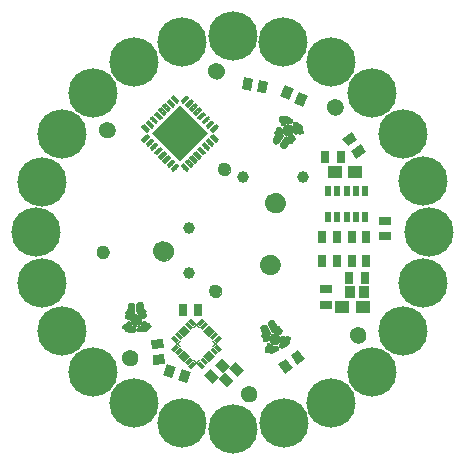
<source format=gts>
G75*
%MOIN*%
%OFA0B0*%
%FSLAX25Y25*%
%IPPOS*%
%LPD*%
%AMOC8*
5,1,8,0,0,1.08239X$1,22.5*
%
%ADD10C,0.00000*%
%ADD11C,0.05400*%
%ADD12C,0.00791*%
%ADD13R,0.12998X0.12998*%
%ADD14R,0.03156X0.03943*%
%ADD15R,0.04731X0.04337*%
%ADD16C,0.03943*%
%ADD17C,0.06699*%
%ADD18C,0.04337*%
%ADD19R,0.01600X0.01000*%
%ADD20C,0.00100*%
%ADD21R,0.01384X0.02349*%
%ADD22R,0.01384X0.02762*%
%ADD23R,0.00409X0.01783*%
%ADD24R,0.02762X0.04140*%
%ADD25R,0.02369X0.03550*%
%ADD26R,0.03943X0.03156*%
%ADD27R,0.03746X0.03943*%
%ADD28C,0.03900*%
%ADD29C,0.16400*%
D10*
X0038119Y0033019D02*
X0038121Y0033118D01*
X0038127Y0033218D01*
X0038137Y0033317D01*
X0038151Y0033415D01*
X0038168Y0033513D01*
X0038190Y0033610D01*
X0038215Y0033706D01*
X0038244Y0033801D01*
X0038277Y0033895D01*
X0038314Y0033987D01*
X0038354Y0034078D01*
X0038398Y0034167D01*
X0038446Y0034255D01*
X0038497Y0034340D01*
X0038551Y0034423D01*
X0038608Y0034505D01*
X0038669Y0034583D01*
X0038733Y0034660D01*
X0038799Y0034733D01*
X0038869Y0034804D01*
X0038941Y0034872D01*
X0039016Y0034938D01*
X0039094Y0035000D01*
X0039174Y0035059D01*
X0039256Y0035115D01*
X0039340Y0035167D01*
X0039427Y0035216D01*
X0039515Y0035262D01*
X0039605Y0035304D01*
X0039697Y0035343D01*
X0039790Y0035378D01*
X0039884Y0035409D01*
X0039980Y0035436D01*
X0040077Y0035459D01*
X0040174Y0035479D01*
X0040272Y0035495D01*
X0040371Y0035507D01*
X0040470Y0035515D01*
X0040569Y0035519D01*
X0040669Y0035519D01*
X0040768Y0035515D01*
X0040867Y0035507D01*
X0040966Y0035495D01*
X0041064Y0035479D01*
X0041161Y0035459D01*
X0041258Y0035436D01*
X0041354Y0035409D01*
X0041448Y0035378D01*
X0041541Y0035343D01*
X0041633Y0035304D01*
X0041723Y0035262D01*
X0041811Y0035216D01*
X0041898Y0035167D01*
X0041982Y0035115D01*
X0042064Y0035059D01*
X0042144Y0035000D01*
X0042222Y0034938D01*
X0042297Y0034872D01*
X0042369Y0034804D01*
X0042439Y0034733D01*
X0042505Y0034660D01*
X0042569Y0034583D01*
X0042630Y0034505D01*
X0042687Y0034423D01*
X0042741Y0034340D01*
X0042792Y0034255D01*
X0042840Y0034167D01*
X0042884Y0034078D01*
X0042924Y0033987D01*
X0042961Y0033895D01*
X0042994Y0033801D01*
X0043023Y0033706D01*
X0043048Y0033610D01*
X0043070Y0033513D01*
X0043087Y0033415D01*
X0043101Y0033317D01*
X0043111Y0033218D01*
X0043117Y0033118D01*
X0043119Y0033019D01*
X0043117Y0032920D01*
X0043111Y0032820D01*
X0043101Y0032721D01*
X0043087Y0032623D01*
X0043070Y0032525D01*
X0043048Y0032428D01*
X0043023Y0032332D01*
X0042994Y0032237D01*
X0042961Y0032143D01*
X0042924Y0032051D01*
X0042884Y0031960D01*
X0042840Y0031871D01*
X0042792Y0031783D01*
X0042741Y0031698D01*
X0042687Y0031615D01*
X0042630Y0031533D01*
X0042569Y0031455D01*
X0042505Y0031378D01*
X0042439Y0031305D01*
X0042369Y0031234D01*
X0042297Y0031166D01*
X0042222Y0031100D01*
X0042144Y0031038D01*
X0042064Y0030979D01*
X0041982Y0030923D01*
X0041898Y0030871D01*
X0041811Y0030822D01*
X0041723Y0030776D01*
X0041633Y0030734D01*
X0041541Y0030695D01*
X0041448Y0030660D01*
X0041354Y0030629D01*
X0041258Y0030602D01*
X0041161Y0030579D01*
X0041064Y0030559D01*
X0040966Y0030543D01*
X0040867Y0030531D01*
X0040768Y0030523D01*
X0040669Y0030519D01*
X0040569Y0030519D01*
X0040470Y0030523D01*
X0040371Y0030531D01*
X0040272Y0030543D01*
X0040174Y0030559D01*
X0040077Y0030579D01*
X0039980Y0030602D01*
X0039884Y0030629D01*
X0039790Y0030660D01*
X0039697Y0030695D01*
X0039605Y0030734D01*
X0039515Y0030776D01*
X0039427Y0030822D01*
X0039340Y0030871D01*
X0039256Y0030923D01*
X0039174Y0030979D01*
X0039094Y0031038D01*
X0039016Y0031100D01*
X0038941Y0031166D01*
X0038869Y0031234D01*
X0038799Y0031305D01*
X0038733Y0031378D01*
X0038669Y0031455D01*
X0038608Y0031533D01*
X0038551Y0031615D01*
X0038497Y0031698D01*
X0038446Y0031783D01*
X0038398Y0031871D01*
X0038354Y0031960D01*
X0038314Y0032051D01*
X0038277Y0032143D01*
X0038244Y0032237D01*
X0038215Y0032332D01*
X0038190Y0032428D01*
X0038168Y0032525D01*
X0038151Y0032623D01*
X0038137Y0032721D01*
X0038127Y0032820D01*
X0038121Y0032920D01*
X0038119Y0033019D01*
X0040859Y0045486D02*
X0040861Y0045570D01*
X0040867Y0045653D01*
X0040877Y0045736D01*
X0040891Y0045819D01*
X0040908Y0045901D01*
X0040930Y0045982D01*
X0040955Y0046061D01*
X0040984Y0046140D01*
X0041017Y0046217D01*
X0041053Y0046292D01*
X0041093Y0046366D01*
X0041136Y0046438D01*
X0041183Y0046507D01*
X0041233Y0046574D01*
X0041286Y0046639D01*
X0041342Y0046701D01*
X0041400Y0046761D01*
X0041462Y0046818D01*
X0041526Y0046871D01*
X0041593Y0046922D01*
X0041662Y0046969D01*
X0041733Y0047014D01*
X0041806Y0047054D01*
X0041881Y0047091D01*
X0041958Y0047125D01*
X0042036Y0047155D01*
X0042115Y0047181D01*
X0042196Y0047204D01*
X0042278Y0047222D01*
X0042360Y0047237D01*
X0042443Y0047248D01*
X0042526Y0047255D01*
X0042610Y0047258D01*
X0042694Y0047257D01*
X0042777Y0047252D01*
X0042861Y0047243D01*
X0042943Y0047230D01*
X0043025Y0047214D01*
X0043106Y0047193D01*
X0043187Y0047169D01*
X0043265Y0047141D01*
X0043343Y0047109D01*
X0043419Y0047073D01*
X0043493Y0047034D01*
X0043565Y0046992D01*
X0043635Y0046946D01*
X0043703Y0046897D01*
X0043768Y0046845D01*
X0043831Y0046790D01*
X0043891Y0046732D01*
X0043949Y0046671D01*
X0044003Y0046607D01*
X0044055Y0046541D01*
X0044103Y0046473D01*
X0044148Y0046402D01*
X0044189Y0046329D01*
X0044228Y0046255D01*
X0044262Y0046179D01*
X0044293Y0046101D01*
X0044320Y0046022D01*
X0044344Y0045941D01*
X0044363Y0045860D01*
X0044379Y0045778D01*
X0044391Y0045695D01*
X0044399Y0045611D01*
X0044403Y0045528D01*
X0044403Y0045444D01*
X0044399Y0045361D01*
X0044391Y0045277D01*
X0044379Y0045194D01*
X0044363Y0045112D01*
X0044344Y0045031D01*
X0044320Y0044950D01*
X0044293Y0044871D01*
X0044262Y0044793D01*
X0044228Y0044717D01*
X0044189Y0044643D01*
X0044148Y0044570D01*
X0044103Y0044499D01*
X0044055Y0044431D01*
X0044003Y0044365D01*
X0043949Y0044301D01*
X0043891Y0044240D01*
X0043831Y0044182D01*
X0043768Y0044127D01*
X0043703Y0044075D01*
X0043635Y0044026D01*
X0043565Y0043980D01*
X0043493Y0043938D01*
X0043419Y0043899D01*
X0043343Y0043863D01*
X0043265Y0043831D01*
X0043187Y0043803D01*
X0043106Y0043779D01*
X0043025Y0043758D01*
X0042943Y0043742D01*
X0042861Y0043729D01*
X0042777Y0043720D01*
X0042694Y0043715D01*
X0042610Y0043714D01*
X0042526Y0043717D01*
X0042443Y0043724D01*
X0042360Y0043735D01*
X0042278Y0043750D01*
X0042196Y0043768D01*
X0042115Y0043791D01*
X0042036Y0043817D01*
X0041958Y0043847D01*
X0041881Y0043881D01*
X0041806Y0043918D01*
X0041733Y0043958D01*
X0041662Y0044003D01*
X0041593Y0044050D01*
X0041526Y0044101D01*
X0041462Y0044154D01*
X0041400Y0044211D01*
X0041342Y0044271D01*
X0041286Y0044333D01*
X0041233Y0044398D01*
X0041183Y0044465D01*
X0041136Y0044534D01*
X0041093Y0044606D01*
X0041053Y0044680D01*
X0041017Y0044755D01*
X0040984Y0044832D01*
X0040955Y0044911D01*
X0040930Y0044990D01*
X0040908Y0045071D01*
X0040891Y0045153D01*
X0040877Y0045236D01*
X0040867Y0045319D01*
X0040861Y0045402D01*
X0040859Y0045486D01*
X0029556Y0068274D02*
X0029558Y0068362D01*
X0029564Y0068450D01*
X0029574Y0068538D01*
X0029588Y0068626D01*
X0029605Y0068712D01*
X0029627Y0068798D01*
X0029652Y0068882D01*
X0029682Y0068966D01*
X0029714Y0069048D01*
X0029751Y0069128D01*
X0029791Y0069207D01*
X0029835Y0069284D01*
X0029882Y0069359D01*
X0029932Y0069431D01*
X0029986Y0069502D01*
X0030042Y0069569D01*
X0030102Y0069635D01*
X0030164Y0069697D01*
X0030230Y0069757D01*
X0030297Y0069813D01*
X0030368Y0069867D01*
X0030440Y0069917D01*
X0030515Y0069964D01*
X0030592Y0070008D01*
X0030671Y0070048D01*
X0030751Y0070085D01*
X0030833Y0070117D01*
X0030917Y0070147D01*
X0031001Y0070172D01*
X0031087Y0070194D01*
X0031173Y0070211D01*
X0031261Y0070225D01*
X0031349Y0070235D01*
X0031437Y0070241D01*
X0031525Y0070243D01*
X0031613Y0070241D01*
X0031701Y0070235D01*
X0031789Y0070225D01*
X0031877Y0070211D01*
X0031963Y0070194D01*
X0032049Y0070172D01*
X0032133Y0070147D01*
X0032217Y0070117D01*
X0032299Y0070085D01*
X0032379Y0070048D01*
X0032458Y0070008D01*
X0032535Y0069964D01*
X0032610Y0069917D01*
X0032682Y0069867D01*
X0032753Y0069813D01*
X0032820Y0069757D01*
X0032886Y0069697D01*
X0032948Y0069635D01*
X0033008Y0069569D01*
X0033064Y0069502D01*
X0033118Y0069431D01*
X0033168Y0069359D01*
X0033215Y0069284D01*
X0033259Y0069207D01*
X0033299Y0069128D01*
X0033336Y0069048D01*
X0033368Y0068966D01*
X0033398Y0068882D01*
X0033423Y0068798D01*
X0033445Y0068712D01*
X0033462Y0068626D01*
X0033476Y0068538D01*
X0033486Y0068450D01*
X0033492Y0068362D01*
X0033494Y0068274D01*
X0033492Y0068186D01*
X0033486Y0068098D01*
X0033476Y0068010D01*
X0033462Y0067922D01*
X0033445Y0067836D01*
X0033423Y0067750D01*
X0033398Y0067666D01*
X0033368Y0067582D01*
X0033336Y0067500D01*
X0033299Y0067420D01*
X0033259Y0067341D01*
X0033215Y0067264D01*
X0033168Y0067189D01*
X0033118Y0067117D01*
X0033064Y0067046D01*
X0033008Y0066979D01*
X0032948Y0066913D01*
X0032886Y0066851D01*
X0032820Y0066791D01*
X0032753Y0066735D01*
X0032682Y0066681D01*
X0032610Y0066631D01*
X0032535Y0066584D01*
X0032458Y0066540D01*
X0032379Y0066500D01*
X0032299Y0066463D01*
X0032217Y0066431D01*
X0032133Y0066401D01*
X0032049Y0066376D01*
X0031963Y0066354D01*
X0031877Y0066337D01*
X0031789Y0066323D01*
X0031701Y0066313D01*
X0031613Y0066307D01*
X0031525Y0066305D01*
X0031437Y0066307D01*
X0031349Y0066313D01*
X0031261Y0066323D01*
X0031173Y0066337D01*
X0031087Y0066354D01*
X0031001Y0066376D01*
X0030917Y0066401D01*
X0030833Y0066431D01*
X0030751Y0066463D01*
X0030671Y0066500D01*
X0030592Y0066540D01*
X0030515Y0066584D01*
X0030440Y0066631D01*
X0030368Y0066681D01*
X0030297Y0066735D01*
X0030230Y0066791D01*
X0030164Y0066851D01*
X0030102Y0066913D01*
X0030042Y0066979D01*
X0029986Y0067046D01*
X0029932Y0067117D01*
X0029882Y0067189D01*
X0029835Y0067264D01*
X0029791Y0067341D01*
X0029751Y0067420D01*
X0029714Y0067500D01*
X0029682Y0067582D01*
X0029652Y0067666D01*
X0029627Y0067750D01*
X0029605Y0067836D01*
X0029588Y0067922D01*
X0029574Y0068010D01*
X0029564Y0068098D01*
X0029558Y0068186D01*
X0029556Y0068274D01*
X0048652Y0068588D02*
X0048654Y0068700D01*
X0048660Y0068811D01*
X0048670Y0068923D01*
X0048684Y0069034D01*
X0048701Y0069144D01*
X0048723Y0069254D01*
X0048749Y0069363D01*
X0048778Y0069471D01*
X0048811Y0069577D01*
X0048848Y0069683D01*
X0048889Y0069787D01*
X0048934Y0069890D01*
X0048982Y0069991D01*
X0049033Y0070090D01*
X0049088Y0070187D01*
X0049147Y0070282D01*
X0049208Y0070376D01*
X0049273Y0070467D01*
X0049342Y0070555D01*
X0049413Y0070641D01*
X0049487Y0070725D01*
X0049565Y0070805D01*
X0049645Y0070883D01*
X0049728Y0070959D01*
X0049813Y0071031D01*
X0049901Y0071100D01*
X0049991Y0071166D01*
X0050084Y0071228D01*
X0050179Y0071288D01*
X0050276Y0071344D01*
X0050374Y0071396D01*
X0050475Y0071445D01*
X0050577Y0071490D01*
X0050681Y0071532D01*
X0050786Y0071570D01*
X0050893Y0071604D01*
X0051000Y0071634D01*
X0051109Y0071661D01*
X0051218Y0071683D01*
X0051329Y0071702D01*
X0051439Y0071717D01*
X0051551Y0071728D01*
X0051662Y0071735D01*
X0051774Y0071738D01*
X0051886Y0071737D01*
X0051998Y0071732D01*
X0052109Y0071723D01*
X0052220Y0071710D01*
X0052331Y0071693D01*
X0052441Y0071673D01*
X0052550Y0071648D01*
X0052658Y0071620D01*
X0052765Y0071587D01*
X0052871Y0071551D01*
X0052975Y0071511D01*
X0053078Y0071468D01*
X0053180Y0071421D01*
X0053279Y0071370D01*
X0053377Y0071316D01*
X0053473Y0071258D01*
X0053567Y0071197D01*
X0053658Y0071133D01*
X0053747Y0071066D01*
X0053834Y0070995D01*
X0053918Y0070921D01*
X0054000Y0070845D01*
X0054078Y0070765D01*
X0054154Y0070683D01*
X0054227Y0070598D01*
X0054297Y0070511D01*
X0054363Y0070421D01*
X0054427Y0070329D01*
X0054487Y0070235D01*
X0054544Y0070139D01*
X0054597Y0070040D01*
X0054647Y0069940D01*
X0054693Y0069839D01*
X0054736Y0069735D01*
X0054775Y0069630D01*
X0054810Y0069524D01*
X0054841Y0069417D01*
X0054869Y0069308D01*
X0054892Y0069199D01*
X0054912Y0069089D01*
X0054928Y0068978D01*
X0054940Y0068867D01*
X0054948Y0068756D01*
X0054952Y0068644D01*
X0054952Y0068532D01*
X0054948Y0068420D01*
X0054940Y0068309D01*
X0054928Y0068198D01*
X0054912Y0068087D01*
X0054892Y0067977D01*
X0054869Y0067868D01*
X0054841Y0067759D01*
X0054810Y0067652D01*
X0054775Y0067546D01*
X0054736Y0067441D01*
X0054693Y0067337D01*
X0054647Y0067236D01*
X0054597Y0067136D01*
X0054544Y0067037D01*
X0054487Y0066941D01*
X0054427Y0066847D01*
X0054363Y0066755D01*
X0054297Y0066665D01*
X0054227Y0066578D01*
X0054154Y0066493D01*
X0054078Y0066411D01*
X0054000Y0066331D01*
X0053918Y0066255D01*
X0053834Y0066181D01*
X0053747Y0066110D01*
X0053658Y0066043D01*
X0053567Y0065979D01*
X0053473Y0065918D01*
X0053377Y0065860D01*
X0053279Y0065806D01*
X0053180Y0065755D01*
X0053078Y0065708D01*
X0052975Y0065665D01*
X0052871Y0065625D01*
X0052765Y0065589D01*
X0052658Y0065556D01*
X0052550Y0065528D01*
X0052441Y0065503D01*
X0052331Y0065483D01*
X0052220Y0065466D01*
X0052109Y0065453D01*
X0051998Y0065444D01*
X0051886Y0065439D01*
X0051774Y0065438D01*
X0051662Y0065441D01*
X0051551Y0065448D01*
X0051439Y0065459D01*
X0051329Y0065474D01*
X0051218Y0065493D01*
X0051109Y0065515D01*
X0051000Y0065542D01*
X0050893Y0065572D01*
X0050786Y0065606D01*
X0050681Y0065644D01*
X0050577Y0065686D01*
X0050475Y0065731D01*
X0050374Y0065780D01*
X0050276Y0065832D01*
X0050179Y0065888D01*
X0050084Y0065948D01*
X0049991Y0066010D01*
X0049901Y0066076D01*
X0049813Y0066145D01*
X0049728Y0066217D01*
X0049645Y0066293D01*
X0049565Y0066371D01*
X0049487Y0066451D01*
X0049413Y0066535D01*
X0049342Y0066621D01*
X0049273Y0066709D01*
X0049208Y0066800D01*
X0049147Y0066894D01*
X0049088Y0066989D01*
X0049033Y0067086D01*
X0048982Y0067185D01*
X0048934Y0067286D01*
X0048889Y0067389D01*
X0048848Y0067493D01*
X0048811Y0067599D01*
X0048778Y0067705D01*
X0048749Y0067813D01*
X0048723Y0067922D01*
X0048701Y0068032D01*
X0048684Y0068142D01*
X0048670Y0068253D01*
X0048660Y0068365D01*
X0048654Y0068476D01*
X0048652Y0068588D01*
X0067155Y0055278D02*
X0067157Y0055366D01*
X0067163Y0055454D01*
X0067173Y0055542D01*
X0067187Y0055630D01*
X0067204Y0055716D01*
X0067226Y0055802D01*
X0067251Y0055886D01*
X0067281Y0055970D01*
X0067313Y0056052D01*
X0067350Y0056132D01*
X0067390Y0056211D01*
X0067434Y0056288D01*
X0067481Y0056363D01*
X0067531Y0056435D01*
X0067585Y0056506D01*
X0067641Y0056573D01*
X0067701Y0056639D01*
X0067763Y0056701D01*
X0067829Y0056761D01*
X0067896Y0056817D01*
X0067967Y0056871D01*
X0068039Y0056921D01*
X0068114Y0056968D01*
X0068191Y0057012D01*
X0068270Y0057052D01*
X0068350Y0057089D01*
X0068432Y0057121D01*
X0068516Y0057151D01*
X0068600Y0057176D01*
X0068686Y0057198D01*
X0068772Y0057215D01*
X0068860Y0057229D01*
X0068948Y0057239D01*
X0069036Y0057245D01*
X0069124Y0057247D01*
X0069212Y0057245D01*
X0069300Y0057239D01*
X0069388Y0057229D01*
X0069476Y0057215D01*
X0069562Y0057198D01*
X0069648Y0057176D01*
X0069732Y0057151D01*
X0069816Y0057121D01*
X0069898Y0057089D01*
X0069978Y0057052D01*
X0070057Y0057012D01*
X0070134Y0056968D01*
X0070209Y0056921D01*
X0070281Y0056871D01*
X0070352Y0056817D01*
X0070419Y0056761D01*
X0070485Y0056701D01*
X0070547Y0056639D01*
X0070607Y0056573D01*
X0070663Y0056506D01*
X0070717Y0056435D01*
X0070767Y0056363D01*
X0070814Y0056288D01*
X0070858Y0056211D01*
X0070898Y0056132D01*
X0070935Y0056052D01*
X0070967Y0055970D01*
X0070997Y0055886D01*
X0071022Y0055802D01*
X0071044Y0055716D01*
X0071061Y0055630D01*
X0071075Y0055542D01*
X0071085Y0055454D01*
X0071091Y0055366D01*
X0071093Y0055278D01*
X0071091Y0055190D01*
X0071085Y0055102D01*
X0071075Y0055014D01*
X0071061Y0054926D01*
X0071044Y0054840D01*
X0071022Y0054754D01*
X0070997Y0054670D01*
X0070967Y0054586D01*
X0070935Y0054504D01*
X0070898Y0054424D01*
X0070858Y0054345D01*
X0070814Y0054268D01*
X0070767Y0054193D01*
X0070717Y0054121D01*
X0070663Y0054050D01*
X0070607Y0053983D01*
X0070547Y0053917D01*
X0070485Y0053855D01*
X0070419Y0053795D01*
X0070352Y0053739D01*
X0070281Y0053685D01*
X0070209Y0053635D01*
X0070134Y0053588D01*
X0070057Y0053544D01*
X0069978Y0053504D01*
X0069898Y0053467D01*
X0069816Y0053435D01*
X0069732Y0053405D01*
X0069648Y0053380D01*
X0069562Y0053358D01*
X0069476Y0053341D01*
X0069388Y0053327D01*
X0069300Y0053317D01*
X0069212Y0053311D01*
X0069124Y0053309D01*
X0069036Y0053311D01*
X0068948Y0053317D01*
X0068860Y0053327D01*
X0068772Y0053341D01*
X0068686Y0053358D01*
X0068600Y0053380D01*
X0068516Y0053405D01*
X0068432Y0053435D01*
X0068350Y0053467D01*
X0068270Y0053504D01*
X0068191Y0053544D01*
X0068114Y0053588D01*
X0068039Y0053635D01*
X0067967Y0053685D01*
X0067896Y0053739D01*
X0067829Y0053795D01*
X0067763Y0053855D01*
X0067701Y0053917D01*
X0067641Y0053983D01*
X0067585Y0054050D01*
X0067531Y0054121D01*
X0067481Y0054193D01*
X0067434Y0054268D01*
X0067390Y0054345D01*
X0067350Y0054424D01*
X0067313Y0054504D01*
X0067281Y0054586D01*
X0067251Y0054670D01*
X0067226Y0054754D01*
X0067204Y0054840D01*
X0067187Y0054926D01*
X0067173Y0055014D01*
X0067163Y0055102D01*
X0067157Y0055190D01*
X0067155Y0055278D01*
X0084218Y0064133D02*
X0084220Y0064245D01*
X0084226Y0064356D01*
X0084236Y0064468D01*
X0084250Y0064579D01*
X0084267Y0064689D01*
X0084289Y0064799D01*
X0084315Y0064908D01*
X0084344Y0065016D01*
X0084377Y0065122D01*
X0084414Y0065228D01*
X0084455Y0065332D01*
X0084500Y0065435D01*
X0084548Y0065536D01*
X0084599Y0065635D01*
X0084654Y0065732D01*
X0084713Y0065827D01*
X0084774Y0065921D01*
X0084839Y0066012D01*
X0084908Y0066100D01*
X0084979Y0066186D01*
X0085053Y0066270D01*
X0085131Y0066350D01*
X0085211Y0066428D01*
X0085294Y0066504D01*
X0085379Y0066576D01*
X0085467Y0066645D01*
X0085557Y0066711D01*
X0085650Y0066773D01*
X0085745Y0066833D01*
X0085842Y0066889D01*
X0085940Y0066941D01*
X0086041Y0066990D01*
X0086143Y0067035D01*
X0086247Y0067077D01*
X0086352Y0067115D01*
X0086459Y0067149D01*
X0086566Y0067179D01*
X0086675Y0067206D01*
X0086784Y0067228D01*
X0086895Y0067247D01*
X0087005Y0067262D01*
X0087117Y0067273D01*
X0087228Y0067280D01*
X0087340Y0067283D01*
X0087452Y0067282D01*
X0087564Y0067277D01*
X0087675Y0067268D01*
X0087786Y0067255D01*
X0087897Y0067238D01*
X0088007Y0067218D01*
X0088116Y0067193D01*
X0088224Y0067165D01*
X0088331Y0067132D01*
X0088437Y0067096D01*
X0088541Y0067056D01*
X0088644Y0067013D01*
X0088746Y0066966D01*
X0088845Y0066915D01*
X0088943Y0066861D01*
X0089039Y0066803D01*
X0089133Y0066742D01*
X0089224Y0066678D01*
X0089313Y0066611D01*
X0089400Y0066540D01*
X0089484Y0066466D01*
X0089566Y0066390D01*
X0089644Y0066310D01*
X0089720Y0066228D01*
X0089793Y0066143D01*
X0089863Y0066056D01*
X0089929Y0065966D01*
X0089993Y0065874D01*
X0090053Y0065780D01*
X0090110Y0065684D01*
X0090163Y0065585D01*
X0090213Y0065485D01*
X0090259Y0065384D01*
X0090302Y0065280D01*
X0090341Y0065175D01*
X0090376Y0065069D01*
X0090407Y0064962D01*
X0090435Y0064853D01*
X0090458Y0064744D01*
X0090478Y0064634D01*
X0090494Y0064523D01*
X0090506Y0064412D01*
X0090514Y0064301D01*
X0090518Y0064189D01*
X0090518Y0064077D01*
X0090514Y0063965D01*
X0090506Y0063854D01*
X0090494Y0063743D01*
X0090478Y0063632D01*
X0090458Y0063522D01*
X0090435Y0063413D01*
X0090407Y0063304D01*
X0090376Y0063197D01*
X0090341Y0063091D01*
X0090302Y0062986D01*
X0090259Y0062882D01*
X0090213Y0062781D01*
X0090163Y0062681D01*
X0090110Y0062582D01*
X0090053Y0062486D01*
X0089993Y0062392D01*
X0089929Y0062300D01*
X0089863Y0062210D01*
X0089793Y0062123D01*
X0089720Y0062038D01*
X0089644Y0061956D01*
X0089566Y0061876D01*
X0089484Y0061800D01*
X0089400Y0061726D01*
X0089313Y0061655D01*
X0089224Y0061588D01*
X0089133Y0061524D01*
X0089039Y0061463D01*
X0088943Y0061405D01*
X0088845Y0061351D01*
X0088746Y0061300D01*
X0088644Y0061253D01*
X0088541Y0061210D01*
X0088437Y0061170D01*
X0088331Y0061134D01*
X0088224Y0061101D01*
X0088116Y0061073D01*
X0088007Y0061048D01*
X0087897Y0061028D01*
X0087786Y0061011D01*
X0087675Y0060998D01*
X0087564Y0060989D01*
X0087452Y0060984D01*
X0087340Y0060983D01*
X0087228Y0060986D01*
X0087117Y0060993D01*
X0087005Y0061004D01*
X0086895Y0061019D01*
X0086784Y0061038D01*
X0086675Y0061060D01*
X0086566Y0061087D01*
X0086459Y0061117D01*
X0086352Y0061151D01*
X0086247Y0061189D01*
X0086143Y0061231D01*
X0086041Y0061276D01*
X0085940Y0061325D01*
X0085842Y0061377D01*
X0085745Y0061433D01*
X0085650Y0061493D01*
X0085557Y0061555D01*
X0085467Y0061621D01*
X0085379Y0061690D01*
X0085294Y0061762D01*
X0085211Y0061838D01*
X0085131Y0061916D01*
X0085053Y0061996D01*
X0084979Y0062080D01*
X0084908Y0062166D01*
X0084839Y0062254D01*
X0084774Y0062345D01*
X0084713Y0062439D01*
X0084654Y0062534D01*
X0084599Y0062631D01*
X0084548Y0062730D01*
X0084500Y0062831D01*
X0084455Y0062934D01*
X0084414Y0063038D01*
X0084377Y0063144D01*
X0084344Y0063250D01*
X0084315Y0063358D01*
X0084289Y0063467D01*
X0084267Y0063577D01*
X0084250Y0063687D01*
X0084236Y0063798D01*
X0084226Y0063910D01*
X0084220Y0064021D01*
X0084218Y0064133D01*
X0085940Y0084748D02*
X0085942Y0084860D01*
X0085948Y0084971D01*
X0085958Y0085083D01*
X0085972Y0085194D01*
X0085989Y0085304D01*
X0086011Y0085414D01*
X0086037Y0085523D01*
X0086066Y0085631D01*
X0086099Y0085737D01*
X0086136Y0085843D01*
X0086177Y0085947D01*
X0086222Y0086050D01*
X0086270Y0086151D01*
X0086321Y0086250D01*
X0086376Y0086347D01*
X0086435Y0086442D01*
X0086496Y0086536D01*
X0086561Y0086627D01*
X0086630Y0086715D01*
X0086701Y0086801D01*
X0086775Y0086885D01*
X0086853Y0086965D01*
X0086933Y0087043D01*
X0087016Y0087119D01*
X0087101Y0087191D01*
X0087189Y0087260D01*
X0087279Y0087326D01*
X0087372Y0087388D01*
X0087467Y0087448D01*
X0087564Y0087504D01*
X0087662Y0087556D01*
X0087763Y0087605D01*
X0087865Y0087650D01*
X0087969Y0087692D01*
X0088074Y0087730D01*
X0088181Y0087764D01*
X0088288Y0087794D01*
X0088397Y0087821D01*
X0088506Y0087843D01*
X0088617Y0087862D01*
X0088727Y0087877D01*
X0088839Y0087888D01*
X0088950Y0087895D01*
X0089062Y0087898D01*
X0089174Y0087897D01*
X0089286Y0087892D01*
X0089397Y0087883D01*
X0089508Y0087870D01*
X0089619Y0087853D01*
X0089729Y0087833D01*
X0089838Y0087808D01*
X0089946Y0087780D01*
X0090053Y0087747D01*
X0090159Y0087711D01*
X0090263Y0087671D01*
X0090366Y0087628D01*
X0090468Y0087581D01*
X0090567Y0087530D01*
X0090665Y0087476D01*
X0090761Y0087418D01*
X0090855Y0087357D01*
X0090946Y0087293D01*
X0091035Y0087226D01*
X0091122Y0087155D01*
X0091206Y0087081D01*
X0091288Y0087005D01*
X0091366Y0086925D01*
X0091442Y0086843D01*
X0091515Y0086758D01*
X0091585Y0086671D01*
X0091651Y0086581D01*
X0091715Y0086489D01*
X0091775Y0086395D01*
X0091832Y0086299D01*
X0091885Y0086200D01*
X0091935Y0086100D01*
X0091981Y0085999D01*
X0092024Y0085895D01*
X0092063Y0085790D01*
X0092098Y0085684D01*
X0092129Y0085577D01*
X0092157Y0085468D01*
X0092180Y0085359D01*
X0092200Y0085249D01*
X0092216Y0085138D01*
X0092228Y0085027D01*
X0092236Y0084916D01*
X0092240Y0084804D01*
X0092240Y0084692D01*
X0092236Y0084580D01*
X0092228Y0084469D01*
X0092216Y0084358D01*
X0092200Y0084247D01*
X0092180Y0084137D01*
X0092157Y0084028D01*
X0092129Y0083919D01*
X0092098Y0083812D01*
X0092063Y0083706D01*
X0092024Y0083601D01*
X0091981Y0083497D01*
X0091935Y0083396D01*
X0091885Y0083296D01*
X0091832Y0083197D01*
X0091775Y0083101D01*
X0091715Y0083007D01*
X0091651Y0082915D01*
X0091585Y0082825D01*
X0091515Y0082738D01*
X0091442Y0082653D01*
X0091366Y0082571D01*
X0091288Y0082491D01*
X0091206Y0082415D01*
X0091122Y0082341D01*
X0091035Y0082270D01*
X0090946Y0082203D01*
X0090855Y0082139D01*
X0090761Y0082078D01*
X0090665Y0082020D01*
X0090567Y0081966D01*
X0090468Y0081915D01*
X0090366Y0081868D01*
X0090263Y0081825D01*
X0090159Y0081785D01*
X0090053Y0081749D01*
X0089946Y0081716D01*
X0089838Y0081688D01*
X0089729Y0081663D01*
X0089619Y0081643D01*
X0089508Y0081626D01*
X0089397Y0081613D01*
X0089286Y0081604D01*
X0089174Y0081599D01*
X0089062Y0081598D01*
X0088950Y0081601D01*
X0088839Y0081608D01*
X0088727Y0081619D01*
X0088617Y0081634D01*
X0088506Y0081653D01*
X0088397Y0081675D01*
X0088288Y0081702D01*
X0088181Y0081732D01*
X0088074Y0081766D01*
X0087969Y0081804D01*
X0087865Y0081846D01*
X0087763Y0081891D01*
X0087662Y0081940D01*
X0087564Y0081992D01*
X0087467Y0082048D01*
X0087372Y0082108D01*
X0087279Y0082170D01*
X0087189Y0082236D01*
X0087101Y0082305D01*
X0087016Y0082377D01*
X0086933Y0082453D01*
X0086853Y0082531D01*
X0086775Y0082611D01*
X0086701Y0082695D01*
X0086630Y0082781D01*
X0086561Y0082869D01*
X0086496Y0082960D01*
X0086435Y0083054D01*
X0086376Y0083149D01*
X0086321Y0083246D01*
X0086270Y0083345D01*
X0086222Y0083446D01*
X0086177Y0083549D01*
X0086136Y0083653D01*
X0086099Y0083759D01*
X0086066Y0083865D01*
X0086037Y0083973D01*
X0086011Y0084082D01*
X0085989Y0084192D01*
X0085972Y0084302D01*
X0085958Y0084413D01*
X0085948Y0084525D01*
X0085942Y0084636D01*
X0085940Y0084748D01*
X0070056Y0095892D02*
X0070058Y0095980D01*
X0070064Y0096068D01*
X0070074Y0096156D01*
X0070088Y0096244D01*
X0070105Y0096330D01*
X0070127Y0096416D01*
X0070152Y0096500D01*
X0070182Y0096584D01*
X0070214Y0096666D01*
X0070251Y0096746D01*
X0070291Y0096825D01*
X0070335Y0096902D01*
X0070382Y0096977D01*
X0070432Y0097049D01*
X0070486Y0097120D01*
X0070542Y0097187D01*
X0070602Y0097253D01*
X0070664Y0097315D01*
X0070730Y0097375D01*
X0070797Y0097431D01*
X0070868Y0097485D01*
X0070940Y0097535D01*
X0071015Y0097582D01*
X0071092Y0097626D01*
X0071171Y0097666D01*
X0071251Y0097703D01*
X0071333Y0097735D01*
X0071417Y0097765D01*
X0071501Y0097790D01*
X0071587Y0097812D01*
X0071673Y0097829D01*
X0071761Y0097843D01*
X0071849Y0097853D01*
X0071937Y0097859D01*
X0072025Y0097861D01*
X0072113Y0097859D01*
X0072201Y0097853D01*
X0072289Y0097843D01*
X0072377Y0097829D01*
X0072463Y0097812D01*
X0072549Y0097790D01*
X0072633Y0097765D01*
X0072717Y0097735D01*
X0072799Y0097703D01*
X0072879Y0097666D01*
X0072958Y0097626D01*
X0073035Y0097582D01*
X0073110Y0097535D01*
X0073182Y0097485D01*
X0073253Y0097431D01*
X0073320Y0097375D01*
X0073386Y0097315D01*
X0073448Y0097253D01*
X0073508Y0097187D01*
X0073564Y0097120D01*
X0073618Y0097049D01*
X0073668Y0096977D01*
X0073715Y0096902D01*
X0073759Y0096825D01*
X0073799Y0096746D01*
X0073836Y0096666D01*
X0073868Y0096584D01*
X0073898Y0096500D01*
X0073923Y0096416D01*
X0073945Y0096330D01*
X0073962Y0096244D01*
X0073976Y0096156D01*
X0073986Y0096068D01*
X0073992Y0095980D01*
X0073994Y0095892D01*
X0073992Y0095804D01*
X0073986Y0095716D01*
X0073976Y0095628D01*
X0073962Y0095540D01*
X0073945Y0095454D01*
X0073923Y0095368D01*
X0073898Y0095284D01*
X0073868Y0095200D01*
X0073836Y0095118D01*
X0073799Y0095038D01*
X0073759Y0094959D01*
X0073715Y0094882D01*
X0073668Y0094807D01*
X0073618Y0094735D01*
X0073564Y0094664D01*
X0073508Y0094597D01*
X0073448Y0094531D01*
X0073386Y0094469D01*
X0073320Y0094409D01*
X0073253Y0094353D01*
X0073182Y0094299D01*
X0073110Y0094249D01*
X0073035Y0094202D01*
X0072958Y0094158D01*
X0072879Y0094118D01*
X0072799Y0094081D01*
X0072717Y0094049D01*
X0072633Y0094019D01*
X0072549Y0093994D01*
X0072463Y0093972D01*
X0072377Y0093955D01*
X0072289Y0093941D01*
X0072201Y0093931D01*
X0072113Y0093925D01*
X0072025Y0093923D01*
X0071937Y0093925D01*
X0071849Y0093931D01*
X0071761Y0093941D01*
X0071673Y0093955D01*
X0071587Y0093972D01*
X0071501Y0093994D01*
X0071417Y0094019D01*
X0071333Y0094049D01*
X0071251Y0094081D01*
X0071171Y0094118D01*
X0071092Y0094158D01*
X0071015Y0094202D01*
X0070940Y0094249D01*
X0070868Y0094299D01*
X0070797Y0094353D01*
X0070730Y0094409D01*
X0070664Y0094469D01*
X0070602Y0094531D01*
X0070542Y0094597D01*
X0070486Y0094664D01*
X0070432Y0094735D01*
X0070382Y0094807D01*
X0070335Y0094882D01*
X0070291Y0094959D01*
X0070251Y0095038D01*
X0070214Y0095118D01*
X0070182Y0095200D01*
X0070152Y0095284D01*
X0070127Y0095368D01*
X0070105Y0095454D01*
X0070088Y0095540D01*
X0070074Y0095628D01*
X0070064Y0095716D01*
X0070058Y0095804D01*
X0070056Y0095892D01*
X0091483Y0109007D02*
X0091485Y0109091D01*
X0091491Y0109174D01*
X0091501Y0109257D01*
X0091515Y0109340D01*
X0091532Y0109422D01*
X0091554Y0109503D01*
X0091579Y0109582D01*
X0091608Y0109661D01*
X0091641Y0109738D01*
X0091677Y0109813D01*
X0091717Y0109887D01*
X0091760Y0109959D01*
X0091807Y0110028D01*
X0091857Y0110095D01*
X0091910Y0110160D01*
X0091966Y0110222D01*
X0092024Y0110282D01*
X0092086Y0110339D01*
X0092150Y0110392D01*
X0092217Y0110443D01*
X0092286Y0110490D01*
X0092357Y0110535D01*
X0092430Y0110575D01*
X0092505Y0110612D01*
X0092582Y0110646D01*
X0092660Y0110676D01*
X0092739Y0110702D01*
X0092820Y0110725D01*
X0092902Y0110743D01*
X0092984Y0110758D01*
X0093067Y0110769D01*
X0093150Y0110776D01*
X0093234Y0110779D01*
X0093318Y0110778D01*
X0093401Y0110773D01*
X0093485Y0110764D01*
X0093567Y0110751D01*
X0093649Y0110735D01*
X0093730Y0110714D01*
X0093811Y0110690D01*
X0093889Y0110662D01*
X0093967Y0110630D01*
X0094043Y0110594D01*
X0094117Y0110555D01*
X0094189Y0110513D01*
X0094259Y0110467D01*
X0094327Y0110418D01*
X0094392Y0110366D01*
X0094455Y0110311D01*
X0094515Y0110253D01*
X0094573Y0110192D01*
X0094627Y0110128D01*
X0094679Y0110062D01*
X0094727Y0109994D01*
X0094772Y0109923D01*
X0094813Y0109850D01*
X0094852Y0109776D01*
X0094886Y0109700D01*
X0094917Y0109622D01*
X0094944Y0109543D01*
X0094968Y0109462D01*
X0094987Y0109381D01*
X0095003Y0109299D01*
X0095015Y0109216D01*
X0095023Y0109132D01*
X0095027Y0109049D01*
X0095027Y0108965D01*
X0095023Y0108882D01*
X0095015Y0108798D01*
X0095003Y0108715D01*
X0094987Y0108633D01*
X0094968Y0108552D01*
X0094944Y0108471D01*
X0094917Y0108392D01*
X0094886Y0108314D01*
X0094852Y0108238D01*
X0094813Y0108164D01*
X0094772Y0108091D01*
X0094727Y0108020D01*
X0094679Y0107952D01*
X0094627Y0107886D01*
X0094573Y0107822D01*
X0094515Y0107761D01*
X0094455Y0107703D01*
X0094392Y0107648D01*
X0094327Y0107596D01*
X0094259Y0107547D01*
X0094189Y0107501D01*
X0094117Y0107459D01*
X0094043Y0107420D01*
X0093967Y0107384D01*
X0093889Y0107352D01*
X0093811Y0107324D01*
X0093730Y0107300D01*
X0093649Y0107279D01*
X0093567Y0107263D01*
X0093485Y0107250D01*
X0093401Y0107241D01*
X0093318Y0107236D01*
X0093234Y0107235D01*
X0093150Y0107238D01*
X0093067Y0107245D01*
X0092984Y0107256D01*
X0092902Y0107271D01*
X0092820Y0107289D01*
X0092739Y0107312D01*
X0092660Y0107338D01*
X0092582Y0107368D01*
X0092505Y0107402D01*
X0092430Y0107439D01*
X0092357Y0107479D01*
X0092286Y0107524D01*
X0092217Y0107571D01*
X0092150Y0107622D01*
X0092086Y0107675D01*
X0092024Y0107732D01*
X0091966Y0107792D01*
X0091910Y0107854D01*
X0091857Y0107919D01*
X0091807Y0107986D01*
X0091760Y0108055D01*
X0091717Y0108127D01*
X0091677Y0108201D01*
X0091641Y0108276D01*
X0091608Y0108353D01*
X0091579Y0108432D01*
X0091554Y0108511D01*
X0091532Y0108592D01*
X0091515Y0108674D01*
X0091501Y0108757D01*
X0091491Y0108840D01*
X0091485Y0108923D01*
X0091483Y0109007D01*
X0106519Y0116619D02*
X0106521Y0116718D01*
X0106527Y0116818D01*
X0106537Y0116917D01*
X0106551Y0117015D01*
X0106568Y0117113D01*
X0106590Y0117210D01*
X0106615Y0117306D01*
X0106644Y0117401D01*
X0106677Y0117495D01*
X0106714Y0117587D01*
X0106754Y0117678D01*
X0106798Y0117767D01*
X0106846Y0117855D01*
X0106897Y0117940D01*
X0106951Y0118023D01*
X0107008Y0118105D01*
X0107069Y0118183D01*
X0107133Y0118260D01*
X0107199Y0118333D01*
X0107269Y0118404D01*
X0107341Y0118472D01*
X0107416Y0118538D01*
X0107494Y0118600D01*
X0107574Y0118659D01*
X0107656Y0118715D01*
X0107740Y0118767D01*
X0107827Y0118816D01*
X0107915Y0118862D01*
X0108005Y0118904D01*
X0108097Y0118943D01*
X0108190Y0118978D01*
X0108284Y0119009D01*
X0108380Y0119036D01*
X0108477Y0119059D01*
X0108574Y0119079D01*
X0108672Y0119095D01*
X0108771Y0119107D01*
X0108870Y0119115D01*
X0108969Y0119119D01*
X0109069Y0119119D01*
X0109168Y0119115D01*
X0109267Y0119107D01*
X0109366Y0119095D01*
X0109464Y0119079D01*
X0109561Y0119059D01*
X0109658Y0119036D01*
X0109754Y0119009D01*
X0109848Y0118978D01*
X0109941Y0118943D01*
X0110033Y0118904D01*
X0110123Y0118862D01*
X0110211Y0118816D01*
X0110298Y0118767D01*
X0110382Y0118715D01*
X0110464Y0118659D01*
X0110544Y0118600D01*
X0110622Y0118538D01*
X0110697Y0118472D01*
X0110769Y0118404D01*
X0110839Y0118333D01*
X0110905Y0118260D01*
X0110969Y0118183D01*
X0111030Y0118105D01*
X0111087Y0118023D01*
X0111141Y0117940D01*
X0111192Y0117855D01*
X0111240Y0117767D01*
X0111284Y0117678D01*
X0111324Y0117587D01*
X0111361Y0117495D01*
X0111394Y0117401D01*
X0111423Y0117306D01*
X0111448Y0117210D01*
X0111470Y0117113D01*
X0111487Y0117015D01*
X0111501Y0116917D01*
X0111511Y0116818D01*
X0111517Y0116718D01*
X0111519Y0116619D01*
X0111517Y0116520D01*
X0111511Y0116420D01*
X0111501Y0116321D01*
X0111487Y0116223D01*
X0111470Y0116125D01*
X0111448Y0116028D01*
X0111423Y0115932D01*
X0111394Y0115837D01*
X0111361Y0115743D01*
X0111324Y0115651D01*
X0111284Y0115560D01*
X0111240Y0115471D01*
X0111192Y0115383D01*
X0111141Y0115298D01*
X0111087Y0115215D01*
X0111030Y0115133D01*
X0110969Y0115055D01*
X0110905Y0114978D01*
X0110839Y0114905D01*
X0110769Y0114834D01*
X0110697Y0114766D01*
X0110622Y0114700D01*
X0110544Y0114638D01*
X0110464Y0114579D01*
X0110382Y0114523D01*
X0110298Y0114471D01*
X0110211Y0114422D01*
X0110123Y0114376D01*
X0110033Y0114334D01*
X0109941Y0114295D01*
X0109848Y0114260D01*
X0109754Y0114229D01*
X0109658Y0114202D01*
X0109561Y0114179D01*
X0109464Y0114159D01*
X0109366Y0114143D01*
X0109267Y0114131D01*
X0109168Y0114123D01*
X0109069Y0114119D01*
X0108969Y0114119D01*
X0108870Y0114123D01*
X0108771Y0114131D01*
X0108672Y0114143D01*
X0108574Y0114159D01*
X0108477Y0114179D01*
X0108380Y0114202D01*
X0108284Y0114229D01*
X0108190Y0114260D01*
X0108097Y0114295D01*
X0108005Y0114334D01*
X0107915Y0114376D01*
X0107827Y0114422D01*
X0107740Y0114471D01*
X0107656Y0114523D01*
X0107574Y0114579D01*
X0107494Y0114638D01*
X0107416Y0114700D01*
X0107341Y0114766D01*
X0107269Y0114834D01*
X0107199Y0114905D01*
X0107133Y0114978D01*
X0107069Y0115055D01*
X0107008Y0115133D01*
X0106951Y0115215D01*
X0106897Y0115298D01*
X0106846Y0115383D01*
X0106798Y0115471D01*
X0106754Y0115560D01*
X0106714Y0115651D01*
X0106677Y0115743D01*
X0106644Y0115837D01*
X0106615Y0115932D01*
X0106590Y0116028D01*
X0106568Y0116125D01*
X0106551Y0116223D01*
X0106537Y0116321D01*
X0106527Y0116420D01*
X0106521Y0116520D01*
X0106519Y0116619D01*
X0066919Y0128619D02*
X0066921Y0128718D01*
X0066927Y0128818D01*
X0066937Y0128917D01*
X0066951Y0129015D01*
X0066968Y0129113D01*
X0066990Y0129210D01*
X0067015Y0129306D01*
X0067044Y0129401D01*
X0067077Y0129495D01*
X0067114Y0129587D01*
X0067154Y0129678D01*
X0067198Y0129767D01*
X0067246Y0129855D01*
X0067297Y0129940D01*
X0067351Y0130023D01*
X0067408Y0130105D01*
X0067469Y0130183D01*
X0067533Y0130260D01*
X0067599Y0130333D01*
X0067669Y0130404D01*
X0067741Y0130472D01*
X0067816Y0130538D01*
X0067894Y0130600D01*
X0067974Y0130659D01*
X0068056Y0130715D01*
X0068140Y0130767D01*
X0068227Y0130816D01*
X0068315Y0130862D01*
X0068405Y0130904D01*
X0068497Y0130943D01*
X0068590Y0130978D01*
X0068684Y0131009D01*
X0068780Y0131036D01*
X0068877Y0131059D01*
X0068974Y0131079D01*
X0069072Y0131095D01*
X0069171Y0131107D01*
X0069270Y0131115D01*
X0069369Y0131119D01*
X0069469Y0131119D01*
X0069568Y0131115D01*
X0069667Y0131107D01*
X0069766Y0131095D01*
X0069864Y0131079D01*
X0069961Y0131059D01*
X0070058Y0131036D01*
X0070154Y0131009D01*
X0070248Y0130978D01*
X0070341Y0130943D01*
X0070433Y0130904D01*
X0070523Y0130862D01*
X0070611Y0130816D01*
X0070698Y0130767D01*
X0070782Y0130715D01*
X0070864Y0130659D01*
X0070944Y0130600D01*
X0071022Y0130538D01*
X0071097Y0130472D01*
X0071169Y0130404D01*
X0071239Y0130333D01*
X0071305Y0130260D01*
X0071369Y0130183D01*
X0071430Y0130105D01*
X0071487Y0130023D01*
X0071541Y0129940D01*
X0071592Y0129855D01*
X0071640Y0129767D01*
X0071684Y0129678D01*
X0071724Y0129587D01*
X0071761Y0129495D01*
X0071794Y0129401D01*
X0071823Y0129306D01*
X0071848Y0129210D01*
X0071870Y0129113D01*
X0071887Y0129015D01*
X0071901Y0128917D01*
X0071911Y0128818D01*
X0071917Y0128718D01*
X0071919Y0128619D01*
X0071917Y0128520D01*
X0071911Y0128420D01*
X0071901Y0128321D01*
X0071887Y0128223D01*
X0071870Y0128125D01*
X0071848Y0128028D01*
X0071823Y0127932D01*
X0071794Y0127837D01*
X0071761Y0127743D01*
X0071724Y0127651D01*
X0071684Y0127560D01*
X0071640Y0127471D01*
X0071592Y0127383D01*
X0071541Y0127298D01*
X0071487Y0127215D01*
X0071430Y0127133D01*
X0071369Y0127055D01*
X0071305Y0126978D01*
X0071239Y0126905D01*
X0071169Y0126834D01*
X0071097Y0126766D01*
X0071022Y0126700D01*
X0070944Y0126638D01*
X0070864Y0126579D01*
X0070782Y0126523D01*
X0070698Y0126471D01*
X0070611Y0126422D01*
X0070523Y0126376D01*
X0070433Y0126334D01*
X0070341Y0126295D01*
X0070248Y0126260D01*
X0070154Y0126229D01*
X0070058Y0126202D01*
X0069961Y0126179D01*
X0069864Y0126159D01*
X0069766Y0126143D01*
X0069667Y0126131D01*
X0069568Y0126123D01*
X0069469Y0126119D01*
X0069369Y0126119D01*
X0069270Y0126123D01*
X0069171Y0126131D01*
X0069072Y0126143D01*
X0068974Y0126159D01*
X0068877Y0126179D01*
X0068780Y0126202D01*
X0068684Y0126229D01*
X0068590Y0126260D01*
X0068497Y0126295D01*
X0068405Y0126334D01*
X0068315Y0126376D01*
X0068227Y0126422D01*
X0068140Y0126471D01*
X0068056Y0126523D01*
X0067974Y0126579D01*
X0067894Y0126638D01*
X0067816Y0126700D01*
X0067741Y0126766D01*
X0067669Y0126834D01*
X0067599Y0126905D01*
X0067533Y0126978D01*
X0067469Y0127055D01*
X0067408Y0127133D01*
X0067351Y0127215D01*
X0067297Y0127298D01*
X0067246Y0127383D01*
X0067198Y0127471D01*
X0067154Y0127560D01*
X0067114Y0127651D01*
X0067077Y0127743D01*
X0067044Y0127837D01*
X0067015Y0127932D01*
X0066990Y0128028D01*
X0066968Y0128125D01*
X0066951Y0128223D01*
X0066937Y0128321D01*
X0066927Y0128420D01*
X0066921Y0128520D01*
X0066919Y0128619D01*
X0030519Y0109019D02*
X0030521Y0109118D01*
X0030527Y0109218D01*
X0030537Y0109317D01*
X0030551Y0109415D01*
X0030568Y0109513D01*
X0030590Y0109610D01*
X0030615Y0109706D01*
X0030644Y0109801D01*
X0030677Y0109895D01*
X0030714Y0109987D01*
X0030754Y0110078D01*
X0030798Y0110167D01*
X0030846Y0110255D01*
X0030897Y0110340D01*
X0030951Y0110423D01*
X0031008Y0110505D01*
X0031069Y0110583D01*
X0031133Y0110660D01*
X0031199Y0110733D01*
X0031269Y0110804D01*
X0031341Y0110872D01*
X0031416Y0110938D01*
X0031494Y0111000D01*
X0031574Y0111059D01*
X0031656Y0111115D01*
X0031740Y0111167D01*
X0031827Y0111216D01*
X0031915Y0111262D01*
X0032005Y0111304D01*
X0032097Y0111343D01*
X0032190Y0111378D01*
X0032284Y0111409D01*
X0032380Y0111436D01*
X0032477Y0111459D01*
X0032574Y0111479D01*
X0032672Y0111495D01*
X0032771Y0111507D01*
X0032870Y0111515D01*
X0032969Y0111519D01*
X0033069Y0111519D01*
X0033168Y0111515D01*
X0033267Y0111507D01*
X0033366Y0111495D01*
X0033464Y0111479D01*
X0033561Y0111459D01*
X0033658Y0111436D01*
X0033754Y0111409D01*
X0033848Y0111378D01*
X0033941Y0111343D01*
X0034033Y0111304D01*
X0034123Y0111262D01*
X0034211Y0111216D01*
X0034298Y0111167D01*
X0034382Y0111115D01*
X0034464Y0111059D01*
X0034544Y0111000D01*
X0034622Y0110938D01*
X0034697Y0110872D01*
X0034769Y0110804D01*
X0034839Y0110733D01*
X0034905Y0110660D01*
X0034969Y0110583D01*
X0035030Y0110505D01*
X0035087Y0110423D01*
X0035141Y0110340D01*
X0035192Y0110255D01*
X0035240Y0110167D01*
X0035284Y0110078D01*
X0035324Y0109987D01*
X0035361Y0109895D01*
X0035394Y0109801D01*
X0035423Y0109706D01*
X0035448Y0109610D01*
X0035470Y0109513D01*
X0035487Y0109415D01*
X0035501Y0109317D01*
X0035511Y0109218D01*
X0035517Y0109118D01*
X0035519Y0109019D01*
X0035517Y0108920D01*
X0035511Y0108820D01*
X0035501Y0108721D01*
X0035487Y0108623D01*
X0035470Y0108525D01*
X0035448Y0108428D01*
X0035423Y0108332D01*
X0035394Y0108237D01*
X0035361Y0108143D01*
X0035324Y0108051D01*
X0035284Y0107960D01*
X0035240Y0107871D01*
X0035192Y0107783D01*
X0035141Y0107698D01*
X0035087Y0107615D01*
X0035030Y0107533D01*
X0034969Y0107455D01*
X0034905Y0107378D01*
X0034839Y0107305D01*
X0034769Y0107234D01*
X0034697Y0107166D01*
X0034622Y0107100D01*
X0034544Y0107038D01*
X0034464Y0106979D01*
X0034382Y0106923D01*
X0034298Y0106871D01*
X0034211Y0106822D01*
X0034123Y0106776D01*
X0034033Y0106734D01*
X0033941Y0106695D01*
X0033848Y0106660D01*
X0033754Y0106629D01*
X0033658Y0106602D01*
X0033561Y0106579D01*
X0033464Y0106559D01*
X0033366Y0106543D01*
X0033267Y0106531D01*
X0033168Y0106523D01*
X0033069Y0106519D01*
X0032969Y0106519D01*
X0032870Y0106523D01*
X0032771Y0106531D01*
X0032672Y0106543D01*
X0032574Y0106559D01*
X0032477Y0106579D01*
X0032380Y0106602D01*
X0032284Y0106629D01*
X0032190Y0106660D01*
X0032097Y0106695D01*
X0032005Y0106734D01*
X0031915Y0106776D01*
X0031827Y0106822D01*
X0031740Y0106871D01*
X0031656Y0106923D01*
X0031574Y0106979D01*
X0031494Y0107038D01*
X0031416Y0107100D01*
X0031341Y0107166D01*
X0031269Y0107234D01*
X0031199Y0107305D01*
X0031133Y0107378D01*
X0031069Y0107455D01*
X0031008Y0107533D01*
X0030951Y0107615D01*
X0030897Y0107698D01*
X0030846Y0107783D01*
X0030798Y0107871D01*
X0030754Y0107960D01*
X0030714Y0108051D01*
X0030677Y0108143D01*
X0030644Y0108237D01*
X0030615Y0108332D01*
X0030590Y0108428D01*
X0030568Y0108525D01*
X0030551Y0108623D01*
X0030537Y0108721D01*
X0030527Y0108820D01*
X0030521Y0108920D01*
X0030519Y0109019D01*
X0087047Y0039319D02*
X0087049Y0039403D01*
X0087055Y0039486D01*
X0087065Y0039569D01*
X0087079Y0039652D01*
X0087096Y0039734D01*
X0087118Y0039815D01*
X0087143Y0039894D01*
X0087172Y0039973D01*
X0087205Y0040050D01*
X0087241Y0040125D01*
X0087281Y0040199D01*
X0087324Y0040271D01*
X0087371Y0040340D01*
X0087421Y0040407D01*
X0087474Y0040472D01*
X0087530Y0040534D01*
X0087588Y0040594D01*
X0087650Y0040651D01*
X0087714Y0040704D01*
X0087781Y0040755D01*
X0087850Y0040802D01*
X0087921Y0040847D01*
X0087994Y0040887D01*
X0088069Y0040924D01*
X0088146Y0040958D01*
X0088224Y0040988D01*
X0088303Y0041014D01*
X0088384Y0041037D01*
X0088466Y0041055D01*
X0088548Y0041070D01*
X0088631Y0041081D01*
X0088714Y0041088D01*
X0088798Y0041091D01*
X0088882Y0041090D01*
X0088965Y0041085D01*
X0089049Y0041076D01*
X0089131Y0041063D01*
X0089213Y0041047D01*
X0089294Y0041026D01*
X0089375Y0041002D01*
X0089453Y0040974D01*
X0089531Y0040942D01*
X0089607Y0040906D01*
X0089681Y0040867D01*
X0089753Y0040825D01*
X0089823Y0040779D01*
X0089891Y0040730D01*
X0089956Y0040678D01*
X0090019Y0040623D01*
X0090079Y0040565D01*
X0090137Y0040504D01*
X0090191Y0040440D01*
X0090243Y0040374D01*
X0090291Y0040306D01*
X0090336Y0040235D01*
X0090377Y0040162D01*
X0090416Y0040088D01*
X0090450Y0040012D01*
X0090481Y0039934D01*
X0090508Y0039855D01*
X0090532Y0039774D01*
X0090551Y0039693D01*
X0090567Y0039611D01*
X0090579Y0039528D01*
X0090587Y0039444D01*
X0090591Y0039361D01*
X0090591Y0039277D01*
X0090587Y0039194D01*
X0090579Y0039110D01*
X0090567Y0039027D01*
X0090551Y0038945D01*
X0090532Y0038864D01*
X0090508Y0038783D01*
X0090481Y0038704D01*
X0090450Y0038626D01*
X0090416Y0038550D01*
X0090377Y0038476D01*
X0090336Y0038403D01*
X0090291Y0038332D01*
X0090243Y0038264D01*
X0090191Y0038198D01*
X0090137Y0038134D01*
X0090079Y0038073D01*
X0090019Y0038015D01*
X0089956Y0037960D01*
X0089891Y0037908D01*
X0089823Y0037859D01*
X0089753Y0037813D01*
X0089681Y0037771D01*
X0089607Y0037732D01*
X0089531Y0037696D01*
X0089453Y0037664D01*
X0089375Y0037636D01*
X0089294Y0037612D01*
X0089213Y0037591D01*
X0089131Y0037575D01*
X0089049Y0037562D01*
X0088965Y0037553D01*
X0088882Y0037548D01*
X0088798Y0037547D01*
X0088714Y0037550D01*
X0088631Y0037557D01*
X0088548Y0037568D01*
X0088466Y0037583D01*
X0088384Y0037601D01*
X0088303Y0037624D01*
X0088224Y0037650D01*
X0088146Y0037680D01*
X0088069Y0037714D01*
X0087994Y0037751D01*
X0087921Y0037791D01*
X0087850Y0037836D01*
X0087781Y0037883D01*
X0087714Y0037934D01*
X0087650Y0037987D01*
X0087588Y0038044D01*
X0087530Y0038104D01*
X0087474Y0038166D01*
X0087421Y0038231D01*
X0087371Y0038298D01*
X0087324Y0038367D01*
X0087281Y0038439D01*
X0087241Y0038513D01*
X0087205Y0038588D01*
X0087172Y0038665D01*
X0087143Y0038744D01*
X0087118Y0038823D01*
X0087096Y0038904D01*
X0087079Y0038986D01*
X0087065Y0039069D01*
X0087055Y0039152D01*
X0087049Y0039235D01*
X0087047Y0039319D01*
X0077719Y0021019D02*
X0077721Y0021118D01*
X0077727Y0021218D01*
X0077737Y0021317D01*
X0077751Y0021415D01*
X0077768Y0021513D01*
X0077790Y0021610D01*
X0077815Y0021706D01*
X0077844Y0021801D01*
X0077877Y0021895D01*
X0077914Y0021987D01*
X0077954Y0022078D01*
X0077998Y0022167D01*
X0078046Y0022255D01*
X0078097Y0022340D01*
X0078151Y0022423D01*
X0078208Y0022505D01*
X0078269Y0022583D01*
X0078333Y0022660D01*
X0078399Y0022733D01*
X0078469Y0022804D01*
X0078541Y0022872D01*
X0078616Y0022938D01*
X0078694Y0023000D01*
X0078774Y0023059D01*
X0078856Y0023115D01*
X0078940Y0023167D01*
X0079027Y0023216D01*
X0079115Y0023262D01*
X0079205Y0023304D01*
X0079297Y0023343D01*
X0079390Y0023378D01*
X0079484Y0023409D01*
X0079580Y0023436D01*
X0079677Y0023459D01*
X0079774Y0023479D01*
X0079872Y0023495D01*
X0079971Y0023507D01*
X0080070Y0023515D01*
X0080169Y0023519D01*
X0080269Y0023519D01*
X0080368Y0023515D01*
X0080467Y0023507D01*
X0080566Y0023495D01*
X0080664Y0023479D01*
X0080761Y0023459D01*
X0080858Y0023436D01*
X0080954Y0023409D01*
X0081048Y0023378D01*
X0081141Y0023343D01*
X0081233Y0023304D01*
X0081323Y0023262D01*
X0081411Y0023216D01*
X0081498Y0023167D01*
X0081582Y0023115D01*
X0081664Y0023059D01*
X0081744Y0023000D01*
X0081822Y0022938D01*
X0081897Y0022872D01*
X0081969Y0022804D01*
X0082039Y0022733D01*
X0082105Y0022660D01*
X0082169Y0022583D01*
X0082230Y0022505D01*
X0082287Y0022423D01*
X0082341Y0022340D01*
X0082392Y0022255D01*
X0082440Y0022167D01*
X0082484Y0022078D01*
X0082524Y0021987D01*
X0082561Y0021895D01*
X0082594Y0021801D01*
X0082623Y0021706D01*
X0082648Y0021610D01*
X0082670Y0021513D01*
X0082687Y0021415D01*
X0082701Y0021317D01*
X0082711Y0021218D01*
X0082717Y0021118D01*
X0082719Y0021019D01*
X0082717Y0020920D01*
X0082711Y0020820D01*
X0082701Y0020721D01*
X0082687Y0020623D01*
X0082670Y0020525D01*
X0082648Y0020428D01*
X0082623Y0020332D01*
X0082594Y0020237D01*
X0082561Y0020143D01*
X0082524Y0020051D01*
X0082484Y0019960D01*
X0082440Y0019871D01*
X0082392Y0019783D01*
X0082341Y0019698D01*
X0082287Y0019615D01*
X0082230Y0019533D01*
X0082169Y0019455D01*
X0082105Y0019378D01*
X0082039Y0019305D01*
X0081969Y0019234D01*
X0081897Y0019166D01*
X0081822Y0019100D01*
X0081744Y0019038D01*
X0081664Y0018979D01*
X0081582Y0018923D01*
X0081498Y0018871D01*
X0081411Y0018822D01*
X0081323Y0018776D01*
X0081233Y0018734D01*
X0081141Y0018695D01*
X0081048Y0018660D01*
X0080954Y0018629D01*
X0080858Y0018602D01*
X0080761Y0018579D01*
X0080664Y0018559D01*
X0080566Y0018543D01*
X0080467Y0018531D01*
X0080368Y0018523D01*
X0080269Y0018519D01*
X0080169Y0018519D01*
X0080070Y0018523D01*
X0079971Y0018531D01*
X0079872Y0018543D01*
X0079774Y0018559D01*
X0079677Y0018579D01*
X0079580Y0018602D01*
X0079484Y0018629D01*
X0079390Y0018660D01*
X0079297Y0018695D01*
X0079205Y0018734D01*
X0079115Y0018776D01*
X0079027Y0018822D01*
X0078940Y0018871D01*
X0078856Y0018923D01*
X0078774Y0018979D01*
X0078694Y0019038D01*
X0078616Y0019100D01*
X0078541Y0019166D01*
X0078469Y0019234D01*
X0078399Y0019305D01*
X0078333Y0019378D01*
X0078269Y0019455D01*
X0078208Y0019533D01*
X0078151Y0019615D01*
X0078097Y0019698D01*
X0078046Y0019783D01*
X0077998Y0019871D01*
X0077954Y0019960D01*
X0077914Y0020051D01*
X0077877Y0020143D01*
X0077844Y0020237D01*
X0077815Y0020332D01*
X0077790Y0020428D01*
X0077768Y0020525D01*
X0077751Y0020623D01*
X0077737Y0020721D01*
X0077727Y0020820D01*
X0077721Y0020920D01*
X0077719Y0021019D01*
X0114119Y0040619D02*
X0114121Y0040718D01*
X0114127Y0040818D01*
X0114137Y0040917D01*
X0114151Y0041015D01*
X0114168Y0041113D01*
X0114190Y0041210D01*
X0114215Y0041306D01*
X0114244Y0041401D01*
X0114277Y0041495D01*
X0114314Y0041587D01*
X0114354Y0041678D01*
X0114398Y0041767D01*
X0114446Y0041855D01*
X0114497Y0041940D01*
X0114551Y0042023D01*
X0114608Y0042105D01*
X0114669Y0042183D01*
X0114733Y0042260D01*
X0114799Y0042333D01*
X0114869Y0042404D01*
X0114941Y0042472D01*
X0115016Y0042538D01*
X0115094Y0042600D01*
X0115174Y0042659D01*
X0115256Y0042715D01*
X0115340Y0042767D01*
X0115427Y0042816D01*
X0115515Y0042862D01*
X0115605Y0042904D01*
X0115697Y0042943D01*
X0115790Y0042978D01*
X0115884Y0043009D01*
X0115980Y0043036D01*
X0116077Y0043059D01*
X0116174Y0043079D01*
X0116272Y0043095D01*
X0116371Y0043107D01*
X0116470Y0043115D01*
X0116569Y0043119D01*
X0116669Y0043119D01*
X0116768Y0043115D01*
X0116867Y0043107D01*
X0116966Y0043095D01*
X0117064Y0043079D01*
X0117161Y0043059D01*
X0117258Y0043036D01*
X0117354Y0043009D01*
X0117448Y0042978D01*
X0117541Y0042943D01*
X0117633Y0042904D01*
X0117723Y0042862D01*
X0117811Y0042816D01*
X0117898Y0042767D01*
X0117982Y0042715D01*
X0118064Y0042659D01*
X0118144Y0042600D01*
X0118222Y0042538D01*
X0118297Y0042472D01*
X0118369Y0042404D01*
X0118439Y0042333D01*
X0118505Y0042260D01*
X0118569Y0042183D01*
X0118630Y0042105D01*
X0118687Y0042023D01*
X0118741Y0041940D01*
X0118792Y0041855D01*
X0118840Y0041767D01*
X0118884Y0041678D01*
X0118924Y0041587D01*
X0118961Y0041495D01*
X0118994Y0041401D01*
X0119023Y0041306D01*
X0119048Y0041210D01*
X0119070Y0041113D01*
X0119087Y0041015D01*
X0119101Y0040917D01*
X0119111Y0040818D01*
X0119117Y0040718D01*
X0119119Y0040619D01*
X0119117Y0040520D01*
X0119111Y0040420D01*
X0119101Y0040321D01*
X0119087Y0040223D01*
X0119070Y0040125D01*
X0119048Y0040028D01*
X0119023Y0039932D01*
X0118994Y0039837D01*
X0118961Y0039743D01*
X0118924Y0039651D01*
X0118884Y0039560D01*
X0118840Y0039471D01*
X0118792Y0039383D01*
X0118741Y0039298D01*
X0118687Y0039215D01*
X0118630Y0039133D01*
X0118569Y0039055D01*
X0118505Y0038978D01*
X0118439Y0038905D01*
X0118369Y0038834D01*
X0118297Y0038766D01*
X0118222Y0038700D01*
X0118144Y0038638D01*
X0118064Y0038579D01*
X0117982Y0038523D01*
X0117898Y0038471D01*
X0117811Y0038422D01*
X0117723Y0038376D01*
X0117633Y0038334D01*
X0117541Y0038295D01*
X0117448Y0038260D01*
X0117354Y0038229D01*
X0117258Y0038202D01*
X0117161Y0038179D01*
X0117064Y0038159D01*
X0116966Y0038143D01*
X0116867Y0038131D01*
X0116768Y0038123D01*
X0116669Y0038119D01*
X0116569Y0038119D01*
X0116470Y0038123D01*
X0116371Y0038131D01*
X0116272Y0038143D01*
X0116174Y0038159D01*
X0116077Y0038179D01*
X0115980Y0038202D01*
X0115884Y0038229D01*
X0115790Y0038260D01*
X0115697Y0038295D01*
X0115605Y0038334D01*
X0115515Y0038376D01*
X0115427Y0038422D01*
X0115340Y0038471D01*
X0115256Y0038523D01*
X0115174Y0038579D01*
X0115094Y0038638D01*
X0115016Y0038700D01*
X0114941Y0038766D01*
X0114869Y0038834D01*
X0114799Y0038905D01*
X0114733Y0038978D01*
X0114669Y0039055D01*
X0114608Y0039133D01*
X0114551Y0039215D01*
X0114497Y0039298D01*
X0114446Y0039383D01*
X0114398Y0039471D01*
X0114354Y0039560D01*
X0114314Y0039651D01*
X0114277Y0039743D01*
X0114244Y0039837D01*
X0114215Y0039932D01*
X0114190Y0040028D01*
X0114168Y0040125D01*
X0114151Y0040223D01*
X0114137Y0040321D01*
X0114127Y0040420D01*
X0114121Y0040520D01*
X0114119Y0040619D01*
D11*
X0116619Y0040619D03*
X0080219Y0021019D03*
X0040619Y0033019D03*
X0033019Y0109019D03*
X0069419Y0128619D03*
X0109019Y0116619D03*
D12*
X0069848Y0110046D02*
X0068176Y0108374D01*
X0067618Y0108932D01*
X0069290Y0110604D01*
X0069848Y0110046D01*
X0068966Y0109164D02*
X0067850Y0109164D01*
X0068640Y0109954D02*
X0069756Y0109954D01*
X0068456Y0111438D02*
X0066784Y0109766D01*
X0066226Y0110324D01*
X0067898Y0111996D01*
X0068456Y0111438D01*
X0067574Y0110556D02*
X0066458Y0110556D01*
X0067248Y0111346D02*
X0068364Y0111346D01*
X0067064Y0112830D02*
X0065392Y0111158D01*
X0064834Y0111716D01*
X0066506Y0113388D01*
X0067064Y0112830D01*
X0066182Y0111948D02*
X0065066Y0111948D01*
X0065856Y0112738D02*
X0066972Y0112738D01*
X0065672Y0114222D02*
X0064000Y0112550D01*
X0063442Y0113108D01*
X0065114Y0114780D01*
X0065672Y0114222D01*
X0064790Y0113340D02*
X0063674Y0113340D01*
X0064464Y0114130D02*
X0065580Y0114130D01*
X0064280Y0115614D02*
X0062608Y0113942D01*
X0062050Y0114500D01*
X0063722Y0116172D01*
X0064280Y0115614D01*
X0063398Y0114732D02*
X0062282Y0114732D01*
X0063072Y0115522D02*
X0064188Y0115522D01*
X0062888Y0117006D02*
X0061216Y0115334D01*
X0060658Y0115892D01*
X0062330Y0117564D01*
X0062888Y0117006D01*
X0062006Y0116124D02*
X0060890Y0116124D01*
X0061680Y0116914D02*
X0062796Y0116914D01*
X0061496Y0118398D02*
X0059824Y0116726D01*
X0059266Y0117284D01*
X0060938Y0118956D01*
X0061496Y0118398D01*
X0060614Y0117516D02*
X0059498Y0117516D01*
X0060288Y0118306D02*
X0061404Y0118306D01*
X0060104Y0119790D02*
X0058432Y0118118D01*
X0057874Y0118676D01*
X0059546Y0120348D01*
X0060104Y0119790D01*
X0059222Y0118908D02*
X0058106Y0118908D01*
X0058896Y0119698D02*
X0060012Y0119698D01*
X0056764Y0118676D02*
X0056206Y0118118D01*
X0054534Y0119790D01*
X0055092Y0120348D01*
X0056764Y0118676D01*
X0056532Y0118908D02*
X0055416Y0118908D01*
X0055742Y0119698D02*
X0054626Y0119698D01*
X0055372Y0117284D02*
X0054814Y0116726D01*
X0053142Y0118398D01*
X0053700Y0118956D01*
X0055372Y0117284D01*
X0055140Y0117516D02*
X0054024Y0117516D01*
X0054350Y0118306D02*
X0053234Y0118306D01*
X0053980Y0115892D02*
X0053422Y0115334D01*
X0051750Y0117006D01*
X0052308Y0117564D01*
X0053980Y0115892D01*
X0053748Y0116124D02*
X0052632Y0116124D01*
X0052958Y0116914D02*
X0051842Y0116914D01*
X0052588Y0114500D02*
X0052030Y0113942D01*
X0050358Y0115614D01*
X0050916Y0116172D01*
X0052588Y0114500D01*
X0052356Y0114732D02*
X0051240Y0114732D01*
X0051566Y0115522D02*
X0050450Y0115522D01*
X0051196Y0113108D02*
X0050638Y0112550D01*
X0048966Y0114222D01*
X0049524Y0114780D01*
X0051196Y0113108D01*
X0050964Y0113340D02*
X0049848Y0113340D01*
X0050174Y0114130D02*
X0049058Y0114130D01*
X0049804Y0111716D02*
X0049246Y0111158D01*
X0047574Y0112830D01*
X0048132Y0113388D01*
X0049804Y0111716D01*
X0049572Y0111948D02*
X0048456Y0111948D01*
X0048782Y0112738D02*
X0047666Y0112738D01*
X0048412Y0110324D02*
X0047854Y0109766D01*
X0046182Y0111438D01*
X0046740Y0111996D01*
X0048412Y0110324D01*
X0048180Y0110556D02*
X0047064Y0110556D01*
X0047390Y0111346D02*
X0046274Y0111346D01*
X0047020Y0108932D02*
X0046462Y0108374D01*
X0044790Y0110046D01*
X0045348Y0110604D01*
X0047020Y0108932D01*
X0046788Y0109164D02*
X0045672Y0109164D01*
X0045998Y0109954D02*
X0044882Y0109954D01*
X0047020Y0106706D02*
X0045348Y0105034D01*
X0044790Y0105592D01*
X0046462Y0107264D01*
X0047020Y0106706D01*
X0046138Y0105824D02*
X0045022Y0105824D01*
X0045812Y0106614D02*
X0046928Y0106614D01*
X0048412Y0105314D02*
X0046740Y0103642D01*
X0046182Y0104200D01*
X0047854Y0105872D01*
X0048412Y0105314D01*
X0047530Y0104432D02*
X0046414Y0104432D01*
X0047204Y0105222D02*
X0048320Y0105222D01*
X0049804Y0103922D02*
X0048132Y0102250D01*
X0047574Y0102808D01*
X0049246Y0104480D01*
X0049804Y0103922D01*
X0048922Y0103040D02*
X0047806Y0103040D01*
X0048596Y0103830D02*
X0049712Y0103830D01*
X0051196Y0102530D02*
X0049524Y0100858D01*
X0048966Y0101416D01*
X0050638Y0103088D01*
X0051196Y0102530D01*
X0050314Y0101648D02*
X0049198Y0101648D01*
X0049988Y0102438D02*
X0051104Y0102438D01*
X0052588Y0101138D02*
X0050916Y0099466D01*
X0050358Y0100024D01*
X0052030Y0101696D01*
X0052588Y0101138D01*
X0051706Y0100256D02*
X0050590Y0100256D01*
X0051380Y0101046D02*
X0052496Y0101046D01*
X0053980Y0099746D02*
X0052308Y0098074D01*
X0051750Y0098632D01*
X0053422Y0100304D01*
X0053980Y0099746D01*
X0053098Y0098864D02*
X0051982Y0098864D01*
X0052772Y0099654D02*
X0053888Y0099654D01*
X0055372Y0098354D02*
X0053700Y0096682D01*
X0053142Y0097240D01*
X0054814Y0098912D01*
X0055372Y0098354D01*
X0054490Y0097472D02*
X0053374Y0097472D01*
X0054164Y0098262D02*
X0055280Y0098262D01*
X0056764Y0096962D02*
X0055092Y0095290D01*
X0054534Y0095848D01*
X0056206Y0097520D01*
X0056764Y0096962D01*
X0055882Y0096080D02*
X0054766Y0096080D01*
X0055556Y0096870D02*
X0056672Y0096870D01*
X0059546Y0095290D02*
X0060104Y0095848D01*
X0059546Y0095290D02*
X0057874Y0096962D01*
X0058432Y0097520D01*
X0060104Y0095848D01*
X0059872Y0096080D02*
X0058756Y0096080D01*
X0059082Y0096870D02*
X0057966Y0096870D01*
X0060938Y0096682D02*
X0061496Y0097240D01*
X0060938Y0096682D02*
X0059266Y0098354D01*
X0059824Y0098912D01*
X0061496Y0097240D01*
X0061264Y0097472D02*
X0060148Y0097472D01*
X0060474Y0098262D02*
X0059358Y0098262D01*
X0062330Y0098074D02*
X0062888Y0098632D01*
X0062330Y0098074D02*
X0060658Y0099746D01*
X0061216Y0100304D01*
X0062888Y0098632D01*
X0062656Y0098864D02*
X0061540Y0098864D01*
X0061866Y0099654D02*
X0060750Y0099654D01*
X0063722Y0099466D02*
X0064280Y0100024D01*
X0063722Y0099466D02*
X0062050Y0101138D01*
X0062608Y0101696D01*
X0064280Y0100024D01*
X0064048Y0100256D02*
X0062932Y0100256D01*
X0063258Y0101046D02*
X0062142Y0101046D01*
X0065114Y0100858D02*
X0065672Y0101416D01*
X0065114Y0100858D02*
X0063442Y0102530D01*
X0064000Y0103088D01*
X0065672Y0101416D01*
X0065440Y0101648D02*
X0064324Y0101648D01*
X0064650Y0102438D02*
X0063534Y0102438D01*
X0066506Y0102250D02*
X0067064Y0102808D01*
X0066506Y0102250D02*
X0064834Y0103922D01*
X0065392Y0104480D01*
X0067064Y0102808D01*
X0066832Y0103040D02*
X0065716Y0103040D01*
X0066042Y0103830D02*
X0064926Y0103830D01*
X0067898Y0103642D02*
X0068456Y0104200D01*
X0067898Y0103642D02*
X0066226Y0105314D01*
X0066784Y0105872D01*
X0068456Y0104200D01*
X0068224Y0104432D02*
X0067108Y0104432D01*
X0067434Y0105222D02*
X0066318Y0105222D01*
X0069290Y0105034D02*
X0069848Y0105592D01*
X0069290Y0105034D02*
X0067618Y0106706D01*
X0068176Y0107264D01*
X0069848Y0105592D01*
X0069616Y0105824D02*
X0068500Y0105824D01*
X0068826Y0106614D02*
X0067710Y0106614D01*
D13*
G36*
X0066509Y0107819D02*
X0057319Y0098629D01*
X0048129Y0107819D01*
X0057319Y0117009D01*
X0066509Y0107819D01*
G37*
D14*
G36*
X0081010Y0122048D02*
X0077903Y0122596D01*
X0078588Y0126478D01*
X0081695Y0125930D01*
X0081010Y0122048D01*
G37*
G36*
X0086050Y0121160D02*
X0082943Y0121708D01*
X0083628Y0125590D01*
X0086735Y0125042D01*
X0086050Y0121160D01*
G37*
G36*
X0092403Y0123853D02*
X0095263Y0122519D01*
X0093597Y0118947D01*
X0090737Y0120281D01*
X0092403Y0123853D01*
G37*
G36*
X0097041Y0121690D02*
X0099901Y0120356D01*
X0098235Y0116784D01*
X0095375Y0118118D01*
X0097041Y0121690D01*
G37*
G36*
X0113142Y0103492D02*
X0111332Y0106077D01*
X0114560Y0108338D01*
X0116370Y0105753D01*
X0113142Y0103492D01*
G37*
X0110878Y0099819D03*
X0105760Y0099819D03*
G36*
X0116078Y0099300D02*
X0114268Y0101885D01*
X0117496Y0104146D01*
X0119306Y0101561D01*
X0116078Y0099300D01*
G37*
X0113760Y0059569D03*
X0118878Y0059569D03*
G36*
X0094170Y0033904D02*
X0096755Y0035714D01*
X0099016Y0032486D01*
X0096431Y0030676D01*
X0094170Y0033904D01*
G37*
G36*
X0089978Y0030968D02*
X0092563Y0032778D01*
X0094824Y0029550D01*
X0092239Y0027740D01*
X0089978Y0030968D01*
G37*
G36*
X0073766Y0029552D02*
X0075998Y0031784D01*
X0078784Y0028998D01*
X0076552Y0026766D01*
X0073766Y0029552D01*
G37*
G36*
X0068973Y0030759D02*
X0071205Y0032991D01*
X0073991Y0030205D01*
X0071759Y0027973D01*
X0068973Y0030759D01*
G37*
G36*
X0065354Y0027140D02*
X0067586Y0029372D01*
X0070372Y0026586D01*
X0068140Y0024354D01*
X0065354Y0027140D01*
G37*
G36*
X0059532Y0024553D02*
X0056568Y0025632D01*
X0057916Y0029335D01*
X0060880Y0028256D01*
X0059532Y0024553D01*
G37*
G36*
X0054722Y0026303D02*
X0051758Y0027382D01*
X0053106Y0031085D01*
X0056070Y0030006D01*
X0054722Y0026303D01*
G37*
G36*
X0048467Y0030777D02*
X0048191Y0033920D01*
X0052117Y0034263D01*
X0052393Y0031120D01*
X0048467Y0030777D01*
G37*
G36*
X0048021Y0035875D02*
X0047745Y0039018D01*
X0051671Y0039361D01*
X0051947Y0036218D01*
X0048021Y0035875D01*
G37*
X0058170Y0049032D03*
X0063288Y0049032D03*
G36*
X0070147Y0025933D02*
X0072379Y0028165D01*
X0075165Y0025379D01*
X0072933Y0023147D01*
X0070147Y0025933D01*
G37*
D15*
X0111473Y0049819D03*
X0118165Y0049819D03*
X0115665Y0094819D03*
X0108973Y0094819D03*
D16*
X0093255Y0109007D03*
X0042631Y0045486D03*
X0088819Y0039319D03*
D17*
X0087368Y0064133D03*
X0089090Y0084748D03*
X0051802Y0068588D03*
D18*
X0069124Y0055278D03*
X0031525Y0068274D03*
X0072025Y0095892D03*
D19*
G36*
X0045280Y0047798D02*
X0043682Y0047742D01*
X0043648Y0048740D01*
X0045246Y0048796D01*
X0045280Y0047798D01*
G37*
G36*
X0041502Y0047666D02*
X0039904Y0047610D01*
X0039870Y0048608D01*
X0041468Y0048664D01*
X0041502Y0047666D01*
G37*
G36*
X0041254Y0042378D02*
X0039656Y0042322D01*
X0039622Y0043320D01*
X0041220Y0043376D01*
X0041254Y0042378D01*
G37*
G36*
X0045936Y0042542D02*
X0044338Y0042486D01*
X0044304Y0043484D01*
X0045902Y0043540D01*
X0045936Y0042542D01*
G37*
G36*
X0086876Y0040817D02*
X0085452Y0040091D01*
X0084998Y0040981D01*
X0086422Y0041707D01*
X0086876Y0040817D01*
G37*
G36*
X0090244Y0042533D02*
X0088820Y0041807D01*
X0088366Y0042697D01*
X0089790Y0043423D01*
X0090244Y0042533D01*
G37*
G36*
X0093060Y0038047D02*
X0091636Y0037321D01*
X0091182Y0038211D01*
X0092606Y0038937D01*
X0093060Y0038047D01*
G37*
G36*
X0088885Y0035920D02*
X0087461Y0035194D01*
X0087007Y0036084D01*
X0088431Y0036810D01*
X0088885Y0035920D01*
G37*
D20*
X0089069Y0035333D02*
X0085520Y0035333D01*
X0085509Y0035352D02*
X0085559Y0035267D01*
X0085636Y0035207D01*
X0085794Y0035119D01*
X0085857Y0035096D01*
X0085923Y0035094D01*
X0085987Y0035114D01*
X0086040Y0035154D01*
X0086117Y0035215D01*
X0086207Y0035251D01*
X0086268Y0035253D01*
X0086324Y0035230D01*
X0086367Y0035186D01*
X0086622Y0034991D01*
X0086908Y0034821D01*
X0087226Y0034722D01*
X0087558Y0034699D01*
X0087886Y0034754D01*
X0088193Y0034882D01*
X0089724Y0035671D01*
X0089849Y0035757D01*
X0089949Y0035872D01*
X0090017Y0036009D01*
X0090048Y0036158D01*
X0090041Y0036310D01*
X0089979Y0036520D01*
X0089874Y0036711D01*
X0089730Y0036875D01*
X0089554Y0037003D01*
X0089474Y0037039D01*
X0089388Y0037060D01*
X0088268Y0037135D01*
X0088061Y0037178D01*
X0087873Y0037276D01*
X0087080Y0037913D01*
X0086968Y0037983D01*
X0086842Y0038026D01*
X0086710Y0038038D01*
X0086553Y0037994D01*
X0086486Y0037961D01*
X0086435Y0037907D01*
X0086408Y0037837D01*
X0086344Y0037641D01*
X0086279Y0037234D01*
X0086236Y0037080D01*
X0086160Y0036940D01*
X0086055Y0036820D01*
X0085819Y0036649D01*
X0085729Y0036580D01*
X0085663Y0036487D01*
X0085627Y0036380D01*
X0085624Y0036276D01*
X0085652Y0036175D01*
X0085716Y0035994D01*
X0085728Y0035926D01*
X0085719Y0035858D01*
X0085690Y0035795D01*
X0085643Y0035745D01*
X0085564Y0035663D01*
X0085513Y0035561D01*
X0085493Y0035449D01*
X0085509Y0035352D01*
X0085496Y0035432D02*
X0089260Y0035432D01*
X0089451Y0035530D02*
X0085508Y0035530D01*
X0085547Y0035629D02*
X0089642Y0035629D01*
X0089806Y0035727D02*
X0085626Y0035727D01*
X0085704Y0035826D02*
X0089909Y0035826D01*
X0089975Y0035924D02*
X0085728Y0035924D01*
X0085706Y0036023D02*
X0090019Y0036023D01*
X0090040Y0036122D02*
X0085671Y0036122D01*
X0085640Y0036220D02*
X0090045Y0036220D01*
X0090038Y0036319D02*
X0085625Y0036319D01*
X0085639Y0036417D02*
X0090009Y0036417D01*
X0089981Y0036516D02*
X0085683Y0036516D01*
X0085773Y0036614D02*
X0089928Y0036614D01*
X0089873Y0036713D02*
X0085907Y0036713D01*
X0086043Y0036811D02*
X0089786Y0036811D01*
X0089682Y0036910D02*
X0086133Y0036910D01*
X0086197Y0037008D02*
X0089543Y0037008D01*
X0090301Y0037156D02*
X0090297Y0037374D01*
X0090313Y0037460D01*
X0090346Y0037541D01*
X0090927Y0038502D01*
X0091011Y0038697D01*
X0091038Y0038907D01*
X0090971Y0039922D01*
X0090978Y0040054D01*
X0091015Y0040182D01*
X0091081Y0040297D01*
X0091207Y0040400D01*
X0091272Y0040436D01*
X0091346Y0040446D01*
X0091418Y0040429D01*
X0091616Y0040369D01*
X0091987Y0040189D01*
X0092137Y0040136D01*
X0092296Y0040117D01*
X0092454Y0040135D01*
X0092730Y0040230D01*
X0092838Y0040264D01*
X0092952Y0040265D01*
X0093060Y0040233D01*
X0093147Y0040175D01*
X0093213Y0040095D01*
X0093325Y0039939D01*
X0093374Y0039890D01*
X0093435Y0039858D01*
X0093503Y0039846D01*
X0093571Y0039856D01*
X0093684Y0039873D01*
X0093796Y0039857D01*
X0093899Y0039808D01*
X0093970Y0039740D01*
X0094011Y0039650D01*
X0094016Y0039552D01*
X0093997Y0039373D01*
X0093980Y0039308D01*
X0093943Y0039253D01*
X0093890Y0039212D01*
X0093827Y0039191D01*
X0093734Y0039163D01*
X0093652Y0039110D01*
X0093616Y0039062D01*
X0093602Y0039002D01*
X0093614Y0038942D01*
X0093627Y0038621D01*
X0093602Y0038289D01*
X0093501Y0037972D01*
X0093329Y0037687D01*
X0093097Y0037449D01*
X0092815Y0037272D01*
X0091291Y0036470D01*
X0091148Y0036417D01*
X0090997Y0036402D01*
X0090846Y0036424D01*
X0090706Y0036484D01*
X0090586Y0036578D01*
X0090449Y0036748D01*
X0090353Y0036944D01*
X0090301Y0037156D01*
X0090300Y0037205D02*
X0092688Y0037205D01*
X0092866Y0037304D02*
X0090298Y0037304D01*
X0090302Y0037402D02*
X0093022Y0037402D01*
X0093147Y0037501D02*
X0090330Y0037501D01*
X0090381Y0037599D02*
X0093243Y0037599D01*
X0093336Y0037698D02*
X0090440Y0037698D01*
X0090500Y0037796D02*
X0093395Y0037796D01*
X0093454Y0037895D02*
X0090560Y0037895D01*
X0090619Y0037993D02*
X0093507Y0037993D01*
X0093539Y0038092D02*
X0090679Y0038092D01*
X0090738Y0038190D02*
X0093570Y0038190D01*
X0093602Y0038289D02*
X0090798Y0038289D01*
X0090857Y0038387D02*
X0093609Y0038387D01*
X0093617Y0038486D02*
X0090917Y0038486D01*
X0090962Y0038584D02*
X0093624Y0038584D01*
X0093624Y0038683D02*
X0091005Y0038683D01*
X0091022Y0038781D02*
X0093620Y0038781D01*
X0093616Y0038880D02*
X0091035Y0038880D01*
X0091034Y0038978D02*
X0093607Y0038978D01*
X0093627Y0039077D02*
X0091027Y0039077D01*
X0091021Y0039175D02*
X0093774Y0039175D01*
X0093957Y0039274D02*
X0091014Y0039274D01*
X0091008Y0039372D02*
X0093997Y0039372D01*
X0094007Y0039471D02*
X0091001Y0039471D01*
X0090995Y0039569D02*
X0094015Y0039569D01*
X0094003Y0039668D02*
X0090988Y0039668D01*
X0090982Y0039766D02*
X0093943Y0039766D01*
X0093738Y0039865D02*
X0093632Y0039865D01*
X0093421Y0039865D02*
X0090975Y0039865D01*
X0090973Y0039963D02*
X0093308Y0039963D01*
X0093237Y0040062D02*
X0090980Y0040062D01*
X0091009Y0040160D02*
X0092068Y0040160D01*
X0091842Y0040259D02*
X0091060Y0040259D01*
X0091155Y0040358D02*
X0091639Y0040358D01*
X0092529Y0040160D02*
X0093160Y0040160D01*
X0092972Y0040259D02*
X0092822Y0040259D01*
X0091007Y0041567D02*
X0090791Y0041263D01*
X0090678Y0041165D01*
X0090540Y0041103D01*
X0090391Y0041084D01*
X0090091Y0041090D01*
X0089881Y0041122D01*
X0089687Y0041211D01*
X0089083Y0041523D01*
X0088820Y0041630D01*
X0088543Y0041688D01*
X0088260Y0041696D01*
X0088127Y0041707D01*
X0088001Y0041754D01*
X0087894Y0041834D01*
X0087813Y0041940D01*
X0086792Y0043866D01*
X0086684Y0044147D01*
X0086645Y0044446D01*
X0086677Y0044745D01*
X0086780Y0045029D01*
X0086946Y0045280D01*
X0087051Y0045377D01*
X0087175Y0045448D01*
X0087604Y0045606D01*
X0087737Y0045632D01*
X0087873Y0045628D01*
X0088004Y0045595D01*
X0088220Y0045504D01*
X0088356Y0045426D01*
X0088470Y0045320D01*
X0088683Y0044979D01*
X0089069Y0044317D01*
X0089244Y0044068D01*
X0089458Y0043851D01*
X0089706Y0043673D01*
X0089758Y0043654D01*
X0089814Y0043654D01*
X0089866Y0043675D01*
X0089961Y0043716D01*
X0090063Y0043728D01*
X0090164Y0043711D01*
X0090256Y0043664D01*
X0090335Y0043589D01*
X0090387Y0043493D01*
X0090408Y0043385D01*
X0090396Y0043277D01*
X0090360Y0043168D01*
X0090349Y0043097D01*
X0090361Y0043026D01*
X0090395Y0042963D01*
X0090447Y0042913D01*
X0091032Y0042412D01*
X0091122Y0042307D01*
X0091178Y0042179D01*
X0091192Y0042041D01*
X0091165Y0041904D01*
X0091007Y0041567D01*
X0090988Y0041540D02*
X0089041Y0041540D01*
X0089241Y0041441D02*
X0090918Y0041441D01*
X0090848Y0041343D02*
X0089432Y0041343D01*
X0089623Y0041244D02*
X0090769Y0041244D01*
X0090636Y0041146D02*
X0089830Y0041146D01*
X0088780Y0041638D02*
X0091041Y0041638D01*
X0091087Y0041737D02*
X0088047Y0041737D01*
X0087893Y0041835D02*
X0091133Y0041835D01*
X0091171Y0041934D02*
X0087817Y0041934D01*
X0087764Y0042032D02*
X0091191Y0042032D01*
X0091183Y0042131D02*
X0087711Y0042131D01*
X0087659Y0042229D02*
X0091156Y0042229D01*
X0091104Y0042328D02*
X0087607Y0042328D01*
X0087555Y0042426D02*
X0091015Y0042426D01*
X0090900Y0042525D02*
X0087503Y0042525D01*
X0087450Y0042623D02*
X0090785Y0042623D01*
X0090671Y0042722D02*
X0087398Y0042722D01*
X0087346Y0042820D02*
X0090556Y0042820D01*
X0090441Y0042919D02*
X0087294Y0042919D01*
X0087242Y0043017D02*
X0090366Y0043017D01*
X0090352Y0043116D02*
X0087189Y0043116D01*
X0087137Y0043214D02*
X0090376Y0043214D01*
X0090400Y0043313D02*
X0087085Y0043313D01*
X0087033Y0043411D02*
X0090403Y0043411D01*
X0090378Y0043510D02*
X0086981Y0043510D01*
X0086928Y0043608D02*
X0090314Y0043608D01*
X0090172Y0043707D02*
X0089939Y0043707D01*
X0089659Y0043707D02*
X0086876Y0043707D01*
X0086824Y0043805D02*
X0089522Y0043805D01*
X0089406Y0043904D02*
X0086777Y0043904D01*
X0086739Y0044002D02*
X0089309Y0044002D01*
X0089221Y0044101D02*
X0086701Y0044101D01*
X0086677Y0044199D02*
X0089152Y0044199D01*
X0089082Y0044298D02*
X0086664Y0044298D01*
X0086651Y0044396D02*
X0089023Y0044396D01*
X0088965Y0044495D02*
X0086650Y0044495D01*
X0086661Y0044593D02*
X0088908Y0044593D01*
X0088850Y0044692D02*
X0086671Y0044692D01*
X0086694Y0044791D02*
X0088793Y0044791D01*
X0088735Y0044889D02*
X0086729Y0044889D01*
X0086765Y0044988D02*
X0088677Y0044988D01*
X0088616Y0045086D02*
X0086818Y0045086D01*
X0086883Y0045185D02*
X0088555Y0045185D01*
X0088493Y0045283D02*
X0086950Y0045283D01*
X0087058Y0045382D02*
X0088404Y0045382D01*
X0088261Y0045480D02*
X0087262Y0045480D01*
X0087530Y0045579D02*
X0088043Y0045579D01*
X0086139Y0043652D02*
X0085924Y0043863D01*
X0085665Y0044017D01*
X0085377Y0044106D01*
X0085076Y0044124D01*
X0084935Y0044099D01*
X0084804Y0044043D01*
X0084420Y0043795D01*
X0084319Y0043705D01*
X0084240Y0043594D01*
X0084188Y0043469D01*
X0084131Y0043242D01*
X0084111Y0043087D01*
X0084127Y0042931D01*
X0084272Y0042556D01*
X0084567Y0041850D01*
X0084661Y0041560D01*
X0084705Y0041258D01*
X0084699Y0040954D01*
X0084683Y0040900D01*
X0084648Y0040856D01*
X0084601Y0040827D01*
X0084511Y0040776D01*
X0084440Y0040702D01*
X0084393Y0040610D01*
X0084374Y0040509D01*
X0084388Y0040400D01*
X0084433Y0040301D01*
X0084506Y0040219D01*
X0084600Y0040164D01*
X0084708Y0040127D01*
X0084771Y0040093D01*
X0084821Y0040041D01*
X0084851Y0039976D01*
X0084859Y0039904D01*
X0084908Y0039136D01*
X0084937Y0039000D01*
X0085006Y0038879D01*
X0085108Y0038784D01*
X0085233Y0038724D01*
X0085598Y0038647D01*
X0085970Y0038636D01*
X0086117Y0038668D01*
X0086249Y0038740D01*
X0086354Y0038848D01*
X0086530Y0039091D01*
X0086630Y0039279D01*
X0086676Y0039487D01*
X0086791Y0040157D01*
X0086863Y0040431D01*
X0086984Y0040687D01*
X0087147Y0040918D01*
X0087219Y0041031D01*
X0087257Y0041160D01*
X0087258Y0041293D01*
X0087222Y0041422D01*
X0086298Y0043397D01*
X0086139Y0043652D01*
X0086166Y0043608D02*
X0084251Y0043608D01*
X0084205Y0043510D02*
X0086228Y0043510D01*
X0086289Y0043411D02*
X0084174Y0043411D01*
X0084149Y0043313D02*
X0086337Y0043313D01*
X0086383Y0043214D02*
X0084128Y0043214D01*
X0084115Y0043116D02*
X0086430Y0043116D01*
X0086476Y0043017D02*
X0084118Y0043017D01*
X0084132Y0042919D02*
X0086522Y0042919D01*
X0086568Y0042820D02*
X0084170Y0042820D01*
X0084208Y0042722D02*
X0086614Y0042722D01*
X0086660Y0042623D02*
X0084246Y0042623D01*
X0084285Y0042525D02*
X0086706Y0042525D01*
X0086752Y0042426D02*
X0084326Y0042426D01*
X0084367Y0042328D02*
X0086798Y0042328D01*
X0086844Y0042229D02*
X0084409Y0042229D01*
X0084450Y0042131D02*
X0086891Y0042131D01*
X0086937Y0042032D02*
X0084491Y0042032D01*
X0084532Y0041934D02*
X0086983Y0041934D01*
X0087029Y0041835D02*
X0084572Y0041835D01*
X0084604Y0041737D02*
X0087075Y0041737D01*
X0087121Y0041638D02*
X0084636Y0041638D01*
X0084664Y0041540D02*
X0087167Y0041540D01*
X0087213Y0041441D02*
X0084679Y0041441D01*
X0084693Y0041343D02*
X0087244Y0041343D01*
X0087258Y0041244D02*
X0084705Y0041244D01*
X0084703Y0041146D02*
X0087253Y0041146D01*
X0087224Y0041047D02*
X0084701Y0041047D01*
X0084697Y0040949D02*
X0087167Y0040949D01*
X0087099Y0040850D02*
X0084639Y0040850D01*
X0084487Y0040752D02*
X0087029Y0040752D01*
X0086967Y0040653D02*
X0084415Y0040653D01*
X0084383Y0040555D02*
X0086921Y0040555D01*
X0086875Y0040456D02*
X0084381Y0040456D01*
X0084407Y0040358D02*
X0086844Y0040358D01*
X0086818Y0040259D02*
X0084470Y0040259D01*
X0084609Y0040160D02*
X0086792Y0040160D01*
X0086775Y0040062D02*
X0084801Y0040062D01*
X0084853Y0039963D02*
X0086758Y0039963D01*
X0086741Y0039865D02*
X0084862Y0039865D01*
X0084868Y0039766D02*
X0086724Y0039766D01*
X0086707Y0039668D02*
X0084874Y0039668D01*
X0084880Y0039569D02*
X0086691Y0039569D01*
X0086673Y0039471D02*
X0084887Y0039471D01*
X0084893Y0039372D02*
X0086651Y0039372D01*
X0086628Y0039274D02*
X0084899Y0039274D01*
X0084905Y0039175D02*
X0086575Y0039175D01*
X0086520Y0039077D02*
X0084921Y0039077D01*
X0084950Y0038978D02*
X0086449Y0038978D01*
X0086377Y0038880D02*
X0085006Y0038880D01*
X0085113Y0038781D02*
X0086289Y0038781D01*
X0086145Y0038683D02*
X0085426Y0038683D01*
X0086431Y0037895D02*
X0087102Y0037895D01*
X0087225Y0037796D02*
X0086394Y0037796D01*
X0086362Y0037698D02*
X0087347Y0037698D01*
X0087470Y0037599D02*
X0086337Y0037599D01*
X0086321Y0037501D02*
X0087593Y0037501D01*
X0087715Y0037402D02*
X0086306Y0037402D01*
X0086290Y0037304D02*
X0087838Y0037304D01*
X0088008Y0037205D02*
X0086270Y0037205D01*
X0086243Y0037107D02*
X0088687Y0037107D01*
X0090313Y0037107D02*
X0092501Y0037107D01*
X0092314Y0037008D02*
X0090337Y0037008D01*
X0090370Y0036910D02*
X0092126Y0036910D01*
X0091939Y0036811D02*
X0090418Y0036811D01*
X0090477Y0036713D02*
X0091752Y0036713D01*
X0091564Y0036614D02*
X0090556Y0036614D01*
X0090666Y0036516D02*
X0091377Y0036516D01*
X0091147Y0036417D02*
X0090895Y0036417D01*
X0088877Y0035235D02*
X0086312Y0035235D01*
X0086167Y0035235D02*
X0085600Y0035235D01*
X0085764Y0035136D02*
X0086016Y0035136D01*
X0086432Y0035136D02*
X0088686Y0035136D01*
X0088495Y0035038D02*
X0086561Y0035038D01*
X0086710Y0034939D02*
X0088304Y0034939D01*
X0088094Y0034841D02*
X0086876Y0034841D01*
X0087162Y0034742D02*
X0087818Y0034742D01*
X0086937Y0037993D02*
X0086551Y0037993D01*
X0086083Y0043707D02*
X0084322Y0043707D01*
X0084436Y0043805D02*
X0085983Y0043805D01*
X0085855Y0043904D02*
X0084589Y0043904D01*
X0084742Y0044002D02*
X0085690Y0044002D01*
X0085394Y0044101D02*
X0084944Y0044101D01*
X0047477Y0043691D02*
X0047476Y0043593D01*
X0047439Y0043501D01*
X0047346Y0043347D01*
X0047304Y0043295D01*
X0047247Y0043261D01*
X0047182Y0043246D01*
X0047115Y0043254D01*
X0047019Y0043268D01*
X0046923Y0043255D01*
X0046869Y0043226D01*
X0046832Y0043178D01*
X0046817Y0043119D01*
X0046693Y0042822D01*
X0046530Y0042532D01*
X0046305Y0042287D01*
X0046029Y0042101D01*
X0045717Y0041984D01*
X0045387Y0041942D01*
X0043667Y0041860D01*
X0043515Y0041872D01*
X0043371Y0041922D01*
X0043245Y0042006D01*
X0043143Y0042120D01*
X0043073Y0042255D01*
X0043021Y0042467D01*
X0043017Y0042685D01*
X0043060Y0042899D01*
X0043148Y0043099D01*
X0043199Y0043170D01*
X0043263Y0043230D01*
X0044196Y0043855D01*
X0044354Y0043996D01*
X0044468Y0044175D01*
X0044836Y0045123D01*
X0044898Y0045240D01*
X0044986Y0045340D01*
X0045094Y0045416D01*
X0045251Y0045457D01*
X0045326Y0045462D01*
X0045397Y0045440D01*
X0045456Y0045394D01*
X0045609Y0045256D01*
X0045869Y0044936D01*
X0045983Y0044825D01*
X0046119Y0044741D01*
X0046270Y0044689D01*
X0046560Y0044660D01*
X0046673Y0044644D01*
X0046776Y0044597D01*
X0046861Y0044522D01*
X0046915Y0044433D01*
X0046941Y0044332D01*
X0046977Y0044144D01*
X0047000Y0044079D01*
X0047042Y0044024D01*
X0047098Y0043984D01*
X0047164Y0043964D01*
X0047274Y0043932D01*
X0047369Y0043870D01*
X0047442Y0043783D01*
X0047477Y0043691D01*
X0047471Y0043707D02*
X0043974Y0043707D01*
X0043827Y0043608D02*
X0047476Y0043608D01*
X0047443Y0043510D02*
X0043680Y0043510D01*
X0043533Y0043411D02*
X0047385Y0043411D01*
X0047318Y0043313D02*
X0043387Y0043313D01*
X0043246Y0043214D02*
X0046860Y0043214D01*
X0046816Y0043116D02*
X0043160Y0043116D01*
X0043112Y0043017D02*
X0046774Y0043017D01*
X0046733Y0042919D02*
X0043068Y0042919D01*
X0043044Y0042820D02*
X0046692Y0042820D01*
X0046637Y0042722D02*
X0043024Y0042722D01*
X0043018Y0042623D02*
X0046581Y0042623D01*
X0046523Y0042525D02*
X0043020Y0042525D01*
X0043031Y0042426D02*
X0046433Y0042426D01*
X0046342Y0042328D02*
X0043055Y0042328D01*
X0043087Y0042229D02*
X0046218Y0042229D01*
X0046072Y0042131D02*
X0043137Y0042131D01*
X0043221Y0042032D02*
X0045845Y0042032D01*
X0045209Y0041934D02*
X0043354Y0041934D01*
X0042466Y0042243D02*
X0042499Y0042459D01*
X0042485Y0042677D01*
X0042423Y0042886D01*
X0042318Y0043077D01*
X0042261Y0043144D01*
X0042192Y0043198D01*
X0041208Y0043740D01*
X0041038Y0043866D01*
X0040909Y0044034D01*
X0040460Y0044947D01*
X0040388Y0045058D01*
X0040292Y0045150D01*
X0040178Y0045217D01*
X0040017Y0045243D01*
X0039942Y0045242D01*
X0039873Y0045214D01*
X0039819Y0045163D01*
X0039678Y0045012D01*
X0039447Y0044671D01*
X0039343Y0044549D01*
X0039215Y0044454D01*
X0039069Y0044390D01*
X0038783Y0044335D01*
X0038672Y0044310D01*
X0038573Y0044254D01*
X0038495Y0044172D01*
X0038449Y0044078D01*
X0038432Y0043976D01*
X0038413Y0043784D01*
X0038395Y0043718D01*
X0038358Y0043659D01*
X0038305Y0043615D01*
X0038241Y0043590D01*
X0038135Y0043548D01*
X0038046Y0043478D01*
X0037981Y0043385D01*
X0037954Y0043290D01*
X0037964Y0043192D01*
X0038008Y0043104D01*
X0038114Y0042959D01*
X0038161Y0042911D01*
X0038221Y0042881D01*
X0038287Y0042873D01*
X0038352Y0042886D01*
X0038447Y0042909D01*
X0038544Y0042904D01*
X0038600Y0042880D01*
X0038641Y0042835D01*
X0038661Y0042777D01*
X0038811Y0042493D01*
X0038998Y0042218D01*
X0039244Y0041994D01*
X0039535Y0041833D01*
X0039856Y0041743D01*
X0040188Y0041730D01*
X0041909Y0041798D01*
X0042059Y0041823D01*
X0042198Y0041885D01*
X0042317Y0041980D01*
X0042408Y0042102D01*
X0042466Y0042243D01*
X0042460Y0042229D02*
X0038990Y0042229D01*
X0038923Y0042328D02*
X0042479Y0042328D01*
X0042494Y0042426D02*
X0038856Y0042426D01*
X0038794Y0042525D02*
X0042495Y0042525D01*
X0042488Y0042623D02*
X0038742Y0042623D01*
X0038690Y0042722D02*
X0042471Y0042722D01*
X0042443Y0042820D02*
X0038646Y0042820D01*
X0038153Y0042919D02*
X0042405Y0042919D01*
X0042351Y0043017D02*
X0038072Y0043017D01*
X0038002Y0043116D02*
X0042285Y0043116D01*
X0042162Y0043214D02*
X0037961Y0043214D01*
X0037961Y0043313D02*
X0041983Y0043313D01*
X0041804Y0043411D02*
X0038000Y0043411D01*
X0038087Y0043510D02*
X0041625Y0043510D01*
X0041447Y0043608D02*
X0038288Y0043608D01*
X0038389Y0043707D02*
X0041268Y0043707D01*
X0041120Y0043805D02*
X0038415Y0043805D01*
X0038425Y0043904D02*
X0041010Y0043904D01*
X0040934Y0044002D02*
X0038436Y0044002D01*
X0038460Y0044101D02*
X0040877Y0044101D01*
X0040828Y0044199D02*
X0038522Y0044199D01*
X0038651Y0044298D02*
X0040780Y0044298D01*
X0040731Y0044396D02*
X0039085Y0044396D01*
X0039270Y0044495D02*
X0040683Y0044495D01*
X0040634Y0044593D02*
X0039381Y0044593D01*
X0039462Y0044692D02*
X0040586Y0044692D01*
X0040537Y0044791D02*
X0039528Y0044791D01*
X0039595Y0044889D02*
X0040488Y0044889D01*
X0040434Y0044988D02*
X0039662Y0044988D01*
X0039748Y0045086D02*
X0040359Y0045086D01*
X0040232Y0045185D02*
X0039842Y0045185D01*
X0039907Y0046038D02*
X0040057Y0046048D01*
X0040197Y0046101D01*
X0040460Y0046247D01*
X0040630Y0046375D01*
X0040760Y0046544D01*
X0041147Y0047103D01*
X0041328Y0047321D01*
X0041545Y0047502D01*
X0041791Y0047642D01*
X0041904Y0047714D01*
X0041993Y0047815D01*
X0042050Y0047936D01*
X0042072Y0048068D01*
X0042069Y0050247D01*
X0042033Y0050546D01*
X0041927Y0050829D01*
X0041758Y0051078D01*
X0041534Y0051280D01*
X0041269Y0051423D01*
X0041131Y0051460D01*
X0040988Y0051464D01*
X0040535Y0051402D01*
X0040406Y0051363D01*
X0040288Y0051296D01*
X0040187Y0051205D01*
X0040040Y0051023D01*
X0039956Y0050891D01*
X0039905Y0050743D01*
X0039877Y0050342D01*
X0039847Y0049577D01*
X0039809Y0049275D01*
X0039722Y0048983D01*
X0039587Y0048709D01*
X0039550Y0048667D01*
X0039500Y0048642D01*
X0039445Y0048635D01*
X0039342Y0048628D01*
X0039246Y0048591D01*
X0039165Y0048527D01*
X0039105Y0048443D01*
X0039071Y0048339D01*
X0039070Y0048230D01*
X0039102Y0048125D01*
X0039164Y0048035D01*
X0039246Y0047956D01*
X0039289Y0047899D01*
X0039312Y0047830D01*
X0039312Y0047759D01*
X0039289Y0047690D01*
X0039008Y0046973D01*
X0038978Y0046838D01*
X0038989Y0046699D01*
X0039041Y0046570D01*
X0039129Y0046462D01*
X0039427Y0046238D01*
X0039760Y0046072D01*
X0039907Y0046038D01*
X0039763Y0046071D02*
X0040118Y0046071D01*
X0040321Y0046170D02*
X0039564Y0046170D01*
X0039387Y0046268D02*
X0040488Y0046268D01*
X0040619Y0046367D02*
X0039256Y0046367D01*
X0039126Y0046465D02*
X0040699Y0046465D01*
X0040773Y0046564D02*
X0039046Y0046564D01*
X0039004Y0046662D02*
X0040841Y0046662D01*
X0040910Y0046761D02*
X0038984Y0046761D01*
X0038983Y0046859D02*
X0040978Y0046859D01*
X0041046Y0046958D02*
X0039005Y0046958D01*
X0039041Y0047056D02*
X0041114Y0047056D01*
X0041190Y0047155D02*
X0039079Y0047155D01*
X0039118Y0047253D02*
X0041272Y0047253D01*
X0041365Y0047352D02*
X0039157Y0047352D01*
X0039195Y0047450D02*
X0041483Y0047450D01*
X0041627Y0047549D02*
X0039234Y0047549D01*
X0039272Y0047647D02*
X0041799Y0047647D01*
X0041932Y0047746D02*
X0039308Y0047746D01*
X0039308Y0047844D02*
X0042007Y0047844D01*
X0042052Y0047943D02*
X0039256Y0047943D01*
X0039159Y0048041D02*
X0042068Y0048041D01*
X0042072Y0048140D02*
X0039097Y0048140D01*
X0039070Y0048238D02*
X0042072Y0048238D01*
X0042072Y0048337D02*
X0039071Y0048337D01*
X0039103Y0048435D02*
X0042072Y0048435D01*
X0042072Y0048534D02*
X0039173Y0048534D01*
X0039405Y0048632D02*
X0042071Y0048632D01*
X0042071Y0048731D02*
X0039598Y0048731D01*
X0039646Y0048829D02*
X0042071Y0048829D01*
X0042071Y0048928D02*
X0039695Y0048928D01*
X0039735Y0049027D02*
X0042071Y0049027D01*
X0042071Y0049125D02*
X0039765Y0049125D01*
X0039794Y0049224D02*
X0042071Y0049224D01*
X0042070Y0049322D02*
X0039815Y0049322D01*
X0039828Y0049421D02*
X0042070Y0049421D01*
X0042070Y0049519D02*
X0039840Y0049519D01*
X0039849Y0049618D02*
X0042070Y0049618D01*
X0042070Y0049716D02*
X0039853Y0049716D01*
X0039856Y0049815D02*
X0042070Y0049815D01*
X0042070Y0049913D02*
X0039860Y0049913D01*
X0039864Y0050012D02*
X0042069Y0050012D01*
X0042069Y0050110D02*
X0039868Y0050110D01*
X0039872Y0050209D02*
X0042069Y0050209D01*
X0042062Y0050307D02*
X0039876Y0050307D01*
X0039882Y0050406D02*
X0042050Y0050406D01*
X0042038Y0050504D02*
X0039888Y0050504D01*
X0039895Y0050603D02*
X0042012Y0050603D01*
X0041975Y0050701D02*
X0039902Y0050701D01*
X0039924Y0050800D02*
X0041938Y0050800D01*
X0041880Y0050898D02*
X0039961Y0050898D01*
X0040023Y0050997D02*
X0041813Y0050997D01*
X0041738Y0051095D02*
X0040098Y0051095D01*
X0040178Y0051194D02*
X0041629Y0051194D01*
X0041511Y0051292D02*
X0040283Y0051292D01*
X0040497Y0051391D02*
X0041329Y0051391D01*
X0042778Y0050898D02*
X0044872Y0050898D01*
X0044884Y0050800D02*
X0042747Y0050800D01*
X0042736Y0050765D02*
X0042827Y0051052D01*
X0042983Y0051310D01*
X0043195Y0051523D01*
X0043452Y0051680D01*
X0043588Y0051724D01*
X0043731Y0051736D01*
X0044186Y0051698D01*
X0044318Y0051665D01*
X0044439Y0051605D01*
X0044544Y0051519D01*
X0044701Y0051345D01*
X0044792Y0051217D01*
X0044851Y0051073D01*
X0044899Y0050673D01*
X0044969Y0049911D01*
X0045023Y0049611D01*
X0045125Y0049324D01*
X0045275Y0049058D01*
X0045314Y0049018D01*
X0045365Y0048995D01*
X0045420Y0048992D01*
X0045523Y0048989D01*
X0045621Y0048957D01*
X0045706Y0048898D01*
X0045770Y0048817D01*
X0045809Y0048715D01*
X0045816Y0048606D01*
X0045789Y0048500D01*
X0045732Y0048407D01*
X0045654Y0048324D01*
X0045614Y0048264D01*
X0045595Y0048195D01*
X0045599Y0048123D01*
X0045625Y0048056D01*
X0045943Y0047355D01*
X0045981Y0047221D01*
X0045977Y0047082D01*
X0045932Y0046950D01*
X0045850Y0046838D01*
X0045564Y0046599D01*
X0045240Y0046415D01*
X0045095Y0046374D01*
X0044945Y0046376D01*
X0044801Y0046421D01*
X0044532Y0046553D01*
X0044355Y0046672D01*
X0044217Y0046834D01*
X0043801Y0047372D01*
X0043608Y0047580D01*
X0043382Y0047750D01*
X0043129Y0047877D01*
X0043012Y0047943D01*
X0042919Y0048039D01*
X0042855Y0048156D01*
X0042826Y0048287D01*
X0042715Y0050464D01*
X0042736Y0050765D01*
X0042731Y0050701D02*
X0044896Y0050701D01*
X0044905Y0050603D02*
X0042725Y0050603D01*
X0042718Y0050504D02*
X0044915Y0050504D01*
X0044924Y0050406D02*
X0042718Y0050406D01*
X0042723Y0050307D02*
X0044933Y0050307D01*
X0044942Y0050209D02*
X0042728Y0050209D01*
X0042733Y0050110D02*
X0044951Y0050110D01*
X0044960Y0050012D02*
X0042738Y0050012D01*
X0042743Y0049913D02*
X0044969Y0049913D01*
X0044986Y0049815D02*
X0042748Y0049815D01*
X0042753Y0049716D02*
X0045004Y0049716D01*
X0045021Y0049618D02*
X0042758Y0049618D01*
X0042763Y0049519D02*
X0045055Y0049519D01*
X0045091Y0049421D02*
X0042768Y0049421D01*
X0042773Y0049322D02*
X0045126Y0049322D01*
X0045182Y0049224D02*
X0042778Y0049224D01*
X0042783Y0049125D02*
X0045237Y0049125D01*
X0045305Y0049027D02*
X0042788Y0049027D01*
X0042793Y0048928D02*
X0045663Y0048928D01*
X0045760Y0048829D02*
X0042798Y0048829D01*
X0042803Y0048731D02*
X0045803Y0048731D01*
X0045814Y0048632D02*
X0042808Y0048632D01*
X0042813Y0048534D02*
X0045798Y0048534D01*
X0045750Y0048435D02*
X0042818Y0048435D01*
X0042824Y0048337D02*
X0045667Y0048337D01*
X0045607Y0048238D02*
X0042837Y0048238D01*
X0042864Y0048140D02*
X0045598Y0048140D01*
X0045632Y0048041D02*
X0042917Y0048041D01*
X0043012Y0047943D02*
X0045676Y0047943D01*
X0045721Y0047844D02*
X0043194Y0047844D01*
X0043387Y0047746D02*
X0045766Y0047746D01*
X0045810Y0047647D02*
X0043519Y0047647D01*
X0043637Y0047549D02*
X0045855Y0047549D01*
X0045900Y0047450D02*
X0043729Y0047450D01*
X0043817Y0047352D02*
X0045944Y0047352D01*
X0045972Y0047253D02*
X0043893Y0047253D01*
X0043969Y0047155D02*
X0045979Y0047155D01*
X0045968Y0047056D02*
X0044045Y0047056D01*
X0044121Y0046958D02*
X0045934Y0046958D01*
X0045865Y0046859D02*
X0044197Y0046859D01*
X0044279Y0046761D02*
X0045757Y0046761D01*
X0045640Y0046662D02*
X0044370Y0046662D01*
X0044516Y0046564D02*
X0045502Y0046564D01*
X0045328Y0046465D02*
X0044712Y0046465D01*
X0045044Y0045382D02*
X0045469Y0045382D01*
X0045579Y0045283D02*
X0044936Y0045283D01*
X0044868Y0045185D02*
X0045667Y0045185D01*
X0045747Y0045086D02*
X0044822Y0045086D01*
X0044783Y0044988D02*
X0045827Y0044988D01*
X0045917Y0044889D02*
X0044745Y0044889D01*
X0044707Y0044791D02*
X0046038Y0044791D01*
X0046262Y0044692D02*
X0044668Y0044692D01*
X0044630Y0044593D02*
X0046780Y0044593D01*
X0046878Y0044495D02*
X0044592Y0044495D01*
X0044554Y0044396D02*
X0046925Y0044396D01*
X0046948Y0044298D02*
X0044515Y0044298D01*
X0044477Y0044199D02*
X0046966Y0044199D01*
X0046992Y0044101D02*
X0044421Y0044101D01*
X0044358Y0044002D02*
X0047072Y0044002D01*
X0047317Y0043904D02*
X0044250Y0043904D01*
X0044121Y0043805D02*
X0047423Y0043805D01*
X0042420Y0042131D02*
X0039094Y0042131D01*
X0039202Y0042032D02*
X0042356Y0042032D01*
X0042259Y0041934D02*
X0039353Y0041934D01*
X0039531Y0041835D02*
X0042086Y0041835D01*
X0040359Y0041737D02*
X0040017Y0041737D01*
X0042809Y0050997D02*
X0044860Y0050997D01*
X0044842Y0051095D02*
X0042853Y0051095D01*
X0042913Y0051194D02*
X0044801Y0051194D01*
X0044738Y0051292D02*
X0042972Y0051292D01*
X0043064Y0051391D02*
X0044660Y0051391D01*
X0044571Y0051489D02*
X0043162Y0051489D01*
X0043301Y0051588D02*
X0044460Y0051588D01*
X0044232Y0051686D02*
X0043471Y0051686D01*
X0091005Y0103321D02*
X0091120Y0103236D01*
X0091526Y0103027D01*
X0091655Y0102984D01*
X0091790Y0102972D01*
X0091925Y0102989D01*
X0092150Y0103053D01*
X0092294Y0103113D01*
X0092421Y0103205D01*
X0092673Y0103518D01*
X0093137Y0104127D01*
X0093341Y0104353D01*
X0093581Y0104542D01*
X0093848Y0104689D01*
X0093902Y0104702D01*
X0093958Y0104694D01*
X0094007Y0104668D01*
X0094095Y0104615D01*
X0094195Y0104590D01*
X0094298Y0104596D01*
X0094395Y0104630D01*
X0094483Y0104696D01*
X0094546Y0104785D01*
X0094580Y0104889D01*
X0094581Y0104998D01*
X0094559Y0105110D01*
X0094557Y0105182D01*
X0094577Y0105251D01*
X0094618Y0105310D01*
X0094676Y0105353D01*
X0095318Y0105779D01*
X0095420Y0105872D01*
X0095491Y0105992D01*
X0095522Y0106128D01*
X0095512Y0106266D01*
X0095396Y0106621D01*
X0095219Y0106949D01*
X0095118Y0107060D01*
X0094990Y0107138D01*
X0094844Y0107175D01*
X0094545Y0107206D01*
X0094332Y0107199D01*
X0094129Y0107135D01*
X0093491Y0106899D01*
X0093218Y0106825D01*
X0092936Y0106801D01*
X0092654Y0106827D01*
X0092520Y0106833D01*
X0092390Y0106802D01*
X0092274Y0106735D01*
X0092180Y0106640D01*
X0090932Y0104852D01*
X0090790Y0104587D01*
X0090715Y0104295D01*
X0090711Y0103994D01*
X0090778Y0103700D01*
X0092812Y0103700D01*
X0092737Y0103602D02*
X0090827Y0103602D01*
X0090778Y0103700D02*
X0090913Y0103430D01*
X0091005Y0103321D01*
X0091025Y0103306D02*
X0092503Y0103306D01*
X0092423Y0103208D02*
X0091174Y0103208D01*
X0091366Y0103109D02*
X0092284Y0103109D01*
X0092001Y0103011D02*
X0091575Y0103011D01*
X0090935Y0103405D02*
X0092582Y0103405D01*
X0092662Y0103503D02*
X0090877Y0103503D01*
X0090756Y0103799D02*
X0092887Y0103799D01*
X0092962Y0103897D02*
X0090733Y0103897D01*
X0090711Y0103996D02*
X0093037Y0103996D01*
X0093112Y0104094D02*
X0090713Y0104094D01*
X0090714Y0104193D02*
X0093197Y0104193D01*
X0093285Y0104291D02*
X0090715Y0104291D01*
X0090740Y0104390D02*
X0093388Y0104390D01*
X0093512Y0104488D02*
X0090765Y0104488D01*
X0090791Y0104587D02*
X0093662Y0104587D01*
X0093842Y0104685D02*
X0090843Y0104685D01*
X0090896Y0104784D02*
X0094546Y0104784D01*
X0094578Y0104882D02*
X0090953Y0104882D01*
X0091022Y0104981D02*
X0094581Y0104981D01*
X0094565Y0105079D02*
X0091091Y0105079D01*
X0091160Y0105178D02*
X0094557Y0105178D01*
X0094595Y0105276D02*
X0091228Y0105276D01*
X0091297Y0105375D02*
X0094710Y0105375D01*
X0094858Y0105473D02*
X0091366Y0105473D01*
X0091435Y0105572D02*
X0095006Y0105572D01*
X0095155Y0105671D02*
X0091503Y0105671D01*
X0091572Y0105769D02*
X0095303Y0105769D01*
X0095415Y0105868D02*
X0091641Y0105868D01*
X0091710Y0105966D02*
X0095475Y0105966D01*
X0095508Y0106065D02*
X0091778Y0106065D01*
X0091847Y0106163D02*
X0095520Y0106163D01*
X0095512Y0106262D02*
X0091916Y0106262D01*
X0091985Y0106360D02*
X0095481Y0106360D01*
X0095449Y0106459D02*
X0092054Y0106459D01*
X0092122Y0106557D02*
X0095417Y0106557D01*
X0095378Y0106656D02*
X0092196Y0106656D01*
X0092307Y0106754D02*
X0095324Y0106754D01*
X0095271Y0106853D02*
X0093320Y0106853D01*
X0093632Y0106951D02*
X0095217Y0106951D01*
X0095128Y0107050D02*
X0093899Y0107050D01*
X0094171Y0107148D02*
X0094950Y0107148D01*
X0095484Y0107774D02*
X0095545Y0107733D01*
X0095618Y0107716D01*
X0095692Y0107727D01*
X0095894Y0107770D01*
X0096279Y0107917D01*
X0096434Y0107957D01*
X0096593Y0107961D01*
X0096750Y0107930D01*
X0097016Y0107811D01*
X0097121Y0107768D01*
X0097234Y0107757D01*
X0097345Y0107780D01*
X0097437Y0107829D01*
X0097509Y0107904D01*
X0097635Y0108049D01*
X0097687Y0108094D01*
X0097751Y0108121D01*
X0097820Y0108126D01*
X0097887Y0108111D01*
X0097997Y0108084D01*
X0098111Y0108090D01*
X0098218Y0108129D01*
X0098294Y0108191D01*
X0098342Y0108277D01*
X0098356Y0108374D01*
X0098353Y0108555D01*
X0098342Y0108621D01*
X0098310Y0108679D01*
X0098261Y0108724D01*
X0098199Y0108750D01*
X0098109Y0108786D01*
X0098033Y0108846D01*
X0098000Y0108898D01*
X0097992Y0108958D01*
X0098009Y0109017D01*
X0098050Y0109336D01*
X0098054Y0109669D01*
X0097981Y0109993D01*
X0097835Y0110292D01*
X0097623Y0110549D01*
X0097359Y0110751D01*
X0095910Y0111682D01*
X0095773Y0111747D01*
X0095623Y0111776D01*
X0095471Y0111767D01*
X0095326Y0111719D01*
X0095198Y0111637D01*
X0095047Y0111479D01*
X0094934Y0111292D01*
X0094865Y0111086D01*
X0094841Y0110869D01*
X0094850Y0110781D01*
X0094875Y0110697D01*
X0095370Y0109689D01*
X0095437Y0109488D01*
X0095446Y0109277D01*
X0095291Y0108271D01*
X0095286Y0108139D01*
X0095312Y0108009D01*
X0095368Y0107889D01*
X0095484Y0107774D01*
X0095536Y0107739D02*
X0095749Y0107739D01*
X0096072Y0107838D02*
X0095419Y0107838D01*
X0095346Y0107936D02*
X0096355Y0107936D01*
X0096720Y0107936D02*
X0097537Y0107936D01*
X0097622Y0108035D02*
X0095307Y0108035D01*
X0095287Y0108133D02*
X0098223Y0108133D01*
X0098317Y0108232D02*
X0095289Y0108232D01*
X0095300Y0108330D02*
X0098350Y0108330D01*
X0098355Y0108429D02*
X0095315Y0108429D01*
X0095330Y0108527D02*
X0098353Y0108527D01*
X0098339Y0108626D02*
X0095346Y0108626D01*
X0095361Y0108724D02*
X0098260Y0108724D01*
X0098062Y0108823D02*
X0095376Y0108823D01*
X0095391Y0108921D02*
X0097997Y0108921D01*
X0098009Y0109020D02*
X0095406Y0109020D01*
X0095422Y0109118D02*
X0098022Y0109118D01*
X0098034Y0109217D02*
X0095437Y0109217D01*
X0095444Y0109315D02*
X0098047Y0109315D01*
X0098051Y0109414D02*
X0095440Y0109414D01*
X0095429Y0109512D02*
X0098052Y0109512D01*
X0098053Y0109611D02*
X0095396Y0109611D01*
X0095361Y0109709D02*
X0098044Y0109709D01*
X0098022Y0109808D02*
X0095312Y0109808D01*
X0095264Y0109906D02*
X0098000Y0109906D01*
X0097975Y0110005D02*
X0095215Y0110005D01*
X0095167Y0110104D02*
X0097927Y0110104D01*
X0097879Y0110202D02*
X0095119Y0110202D01*
X0095070Y0110301D02*
X0097828Y0110301D01*
X0097747Y0110399D02*
X0095022Y0110399D01*
X0094973Y0110498D02*
X0097666Y0110498D01*
X0097562Y0110596D02*
X0094925Y0110596D01*
X0094877Y0110695D02*
X0097433Y0110695D01*
X0097293Y0110793D02*
X0094849Y0110793D01*
X0094844Y0110892D02*
X0097140Y0110892D01*
X0096986Y0110990D02*
X0094854Y0110990D01*
X0094866Y0111089D02*
X0096833Y0111089D01*
X0096680Y0111187D02*
X0094899Y0111187D01*
X0094932Y0111286D02*
X0096527Y0111286D01*
X0096373Y0111384D02*
X0094990Y0111384D01*
X0095051Y0111483D02*
X0096220Y0111483D01*
X0096067Y0111581D02*
X0095145Y0111581D01*
X0095265Y0111680D02*
X0095914Y0111680D01*
X0094694Y0111975D02*
X0090494Y0111975D01*
X0090459Y0112006D02*
X0090375Y0112083D01*
X0090318Y0112180D01*
X0090291Y0112291D01*
X0090297Y0112395D01*
X0090334Y0112492D01*
X0090413Y0112667D01*
X0090432Y0112734D01*
X0090429Y0112803D01*
X0090405Y0112868D01*
X0090362Y0112922D01*
X0090291Y0113011D01*
X0090249Y0113116D01*
X0090239Y0113229D01*
X0090263Y0113325D01*
X0090320Y0113405D01*
X0090403Y0113459D01*
X0090568Y0113532D01*
X0090632Y0113550D01*
X0090699Y0113546D01*
X0090760Y0113520D01*
X0090810Y0113475D01*
X0090880Y0113409D01*
X0090967Y0113365D01*
X0091028Y0113357D01*
X0091086Y0113375D01*
X0091132Y0113415D01*
X0091404Y0113587D01*
X0091704Y0113731D01*
X0092029Y0113802D01*
X0092361Y0113796D01*
X0092684Y0113714D01*
X0092978Y0113559D01*
X0094434Y0112640D01*
X0094552Y0112543D01*
X0094641Y0112419D01*
X0094696Y0112277D01*
X0094715Y0112126D01*
X0094694Y0111975D01*
X0094615Y0111772D01*
X0094494Y0111591D01*
X0094336Y0111440D01*
X0094149Y0111327D01*
X0094066Y0111298D01*
X0093979Y0111286D01*
X0092857Y0111308D01*
X0092646Y0111284D01*
X0092450Y0111202D01*
X0091605Y0110637D01*
X0091487Y0110577D01*
X0091358Y0110545D01*
X0091226Y0110545D01*
X0091073Y0110602D01*
X0091009Y0110640D01*
X0090963Y0110699D01*
X0090942Y0110771D01*
X0090896Y0110972D01*
X0090866Y0111383D01*
X0090837Y0111540D01*
X0090773Y0111686D01*
X0090679Y0111815D01*
X0090459Y0112006D01*
X0090385Y0112074D02*
X0094707Y0112074D01*
X0094709Y0112172D02*
X0090322Y0112172D01*
X0090296Y0112271D02*
X0094697Y0112271D01*
X0094661Y0112369D02*
X0090296Y0112369D01*
X0090325Y0112468D02*
X0094606Y0112468D01*
X0094523Y0112566D02*
X0090368Y0112566D01*
X0090412Y0112665D02*
X0094394Y0112665D01*
X0094238Y0112763D02*
X0090430Y0112763D01*
X0090407Y0112862D02*
X0094082Y0112862D01*
X0093926Y0112960D02*
X0090331Y0112960D01*
X0090272Y0113059D02*
X0093770Y0113059D01*
X0093614Y0113157D02*
X0090245Y0113157D01*
X0090246Y0113256D02*
X0093458Y0113256D01*
X0093302Y0113354D02*
X0090284Y0113354D01*
X0090394Y0113453D02*
X0090834Y0113453D01*
X0091192Y0113453D02*
X0093146Y0113453D01*
X0092990Y0113551D02*
X0091347Y0113551D01*
X0091534Y0113650D02*
X0092805Y0113650D01*
X0092548Y0113748D02*
X0091782Y0113748D01*
X0090608Y0111877D02*
X0094656Y0111877D01*
X0094617Y0111778D02*
X0090706Y0111778D01*
X0090776Y0111680D02*
X0094553Y0111680D01*
X0094484Y0111581D02*
X0090819Y0111581D01*
X0090847Y0111483D02*
X0094380Y0111483D01*
X0094243Y0111384D02*
X0090866Y0111384D01*
X0090873Y0111286D02*
X0092664Y0111286D01*
X0092428Y0111187D02*
X0090880Y0111187D01*
X0090887Y0111089D02*
X0092280Y0111089D01*
X0092133Y0110990D02*
X0090894Y0110990D01*
X0090914Y0110892D02*
X0091986Y0110892D01*
X0091838Y0110793D02*
X0090937Y0110793D01*
X0090967Y0110695D02*
X0091691Y0110695D01*
X0091525Y0110596D02*
X0091088Y0110596D01*
X0090676Y0109761D02*
X0090797Y0109673D01*
X0090889Y0109554D01*
X0091034Y0109291D01*
X0091110Y0109092D01*
X0091131Y0108880D01*
X0091163Y0108201D01*
X0091201Y0107920D01*
X0091289Y0107651D01*
X0091424Y0107402D01*
X0091481Y0107281D01*
X0091503Y0107149D01*
X0091488Y0107016D01*
X0091437Y0106892D01*
X0090279Y0105046D01*
X0090090Y0104811D01*
X0089850Y0104628D01*
X0089575Y0104506D01*
X0089278Y0104454D01*
X0088977Y0104472D01*
X0088841Y0104514D01*
X0088717Y0104586D01*
X0088366Y0104879D01*
X0088277Y0104981D01*
X0090227Y0104981D01*
X0090300Y0105079D02*
X0088224Y0105079D01*
X0088212Y0105100D02*
X0088176Y0105231D01*
X0088147Y0105463D01*
X0088146Y0105620D01*
X0088180Y0105772D01*
X0088370Y0106127D01*
X0088750Y0106792D01*
X0088878Y0107068D01*
X0088959Y0107362D01*
X0088989Y0107665D01*
X0088980Y0107721D01*
X0088951Y0107769D01*
X0088907Y0107803D01*
X0088824Y0107864D01*
X0088763Y0107947D01*
X0088727Y0108044D01*
X0088721Y0108146D01*
X0088748Y0108253D01*
X0088805Y0108346D01*
X0088887Y0108418D01*
X0088987Y0108461D01*
X0089099Y0108485D01*
X0089166Y0108510D01*
X0089222Y0108556D01*
X0089260Y0108617D01*
X0089276Y0108687D01*
X0089418Y0109444D01*
X0089464Y0109575D01*
X0089547Y0109687D01*
X0089659Y0109769D01*
X0089791Y0109814D01*
X0090162Y0109846D01*
X0090533Y0109810D01*
X0090676Y0109761D01*
X0090747Y0109709D02*
X0089578Y0109709D01*
X0089490Y0109611D02*
X0090845Y0109611D01*
X0090911Y0109512D02*
X0089442Y0109512D01*
X0089412Y0109414D02*
X0090966Y0109414D01*
X0091020Y0109315D02*
X0089394Y0109315D01*
X0089376Y0109217D02*
X0091062Y0109217D01*
X0091100Y0109118D02*
X0089357Y0109118D01*
X0089339Y0109020D02*
X0091117Y0109020D01*
X0091127Y0108921D02*
X0089320Y0108921D01*
X0089302Y0108823D02*
X0091134Y0108823D01*
X0091138Y0108724D02*
X0089283Y0108724D01*
X0089262Y0108626D02*
X0091143Y0108626D01*
X0091147Y0108527D02*
X0089186Y0108527D01*
X0088912Y0108429D02*
X0091152Y0108429D01*
X0091157Y0108330D02*
X0088795Y0108330D01*
X0088742Y0108232D02*
X0091161Y0108232D01*
X0091172Y0108133D02*
X0088722Y0108133D01*
X0088730Y0108035D02*
X0091186Y0108035D01*
X0091199Y0107936D02*
X0088771Y0107936D01*
X0088861Y0107838D02*
X0091228Y0107838D01*
X0091261Y0107739D02*
X0088969Y0107739D01*
X0088986Y0107641D02*
X0091295Y0107641D01*
X0091348Y0107542D02*
X0088977Y0107542D01*
X0088967Y0107444D02*
X0091401Y0107444D01*
X0091451Y0107345D02*
X0088954Y0107345D01*
X0088927Y0107247D02*
X0091487Y0107247D01*
X0091503Y0107148D02*
X0088900Y0107148D01*
X0088869Y0107050D02*
X0091492Y0107050D01*
X0091461Y0106951D02*
X0088824Y0106951D01*
X0088778Y0106853D02*
X0091412Y0106853D01*
X0091350Y0106754D02*
X0088728Y0106754D01*
X0088672Y0106656D02*
X0091288Y0106656D01*
X0091226Y0106557D02*
X0088616Y0106557D01*
X0088559Y0106459D02*
X0091165Y0106459D01*
X0091103Y0106360D02*
X0088503Y0106360D01*
X0088447Y0106262D02*
X0091041Y0106262D01*
X0090979Y0106163D02*
X0088391Y0106163D01*
X0088337Y0106065D02*
X0090918Y0106065D01*
X0090856Y0105966D02*
X0088284Y0105966D01*
X0088231Y0105868D02*
X0090794Y0105868D01*
X0090732Y0105769D02*
X0088180Y0105769D01*
X0088157Y0105671D02*
X0090671Y0105671D01*
X0090609Y0105572D02*
X0088146Y0105572D01*
X0088147Y0105473D02*
X0090547Y0105473D01*
X0090485Y0105375D02*
X0088158Y0105375D01*
X0088170Y0105276D02*
X0090424Y0105276D01*
X0090362Y0105178D02*
X0088190Y0105178D01*
X0088212Y0105100D02*
X0088277Y0104981D01*
X0088363Y0104882D02*
X0090147Y0104882D01*
X0090054Y0104784D02*
X0088480Y0104784D01*
X0088598Y0104685D02*
X0089925Y0104685D01*
X0089757Y0104587D02*
X0088717Y0104587D01*
X0088924Y0104488D02*
X0089473Y0104488D01*
X0093974Y0104685D02*
X0094468Y0104685D01*
X0096956Y0107838D02*
X0097445Y0107838D01*
X0093980Y0111286D02*
X0093977Y0111286D01*
X0090541Y0109808D02*
X0089774Y0109808D01*
D21*
G36*
X0064017Y0043606D02*
X0063038Y0044585D01*
X0064697Y0046244D01*
X0065676Y0045265D01*
X0064017Y0043606D01*
G37*
G36*
X0062600Y0044585D02*
X0061621Y0043606D01*
X0059962Y0045265D01*
X0060941Y0046244D01*
X0062600Y0044585D01*
G37*
G36*
X0057032Y0039017D02*
X0056053Y0038038D01*
X0054394Y0039697D01*
X0055373Y0040676D01*
X0057032Y0039017D01*
G37*
G36*
X0056053Y0037600D02*
X0057032Y0036621D01*
X0055373Y0034962D01*
X0054394Y0035941D01*
X0056053Y0037600D01*
G37*
G36*
X0061621Y0032032D02*
X0062600Y0031053D01*
X0060941Y0029394D01*
X0059962Y0030373D01*
X0061621Y0032032D01*
G37*
G36*
X0063038Y0031053D02*
X0064017Y0032032D01*
X0065676Y0030373D01*
X0064697Y0029394D01*
X0063038Y0031053D01*
G37*
G36*
X0068606Y0036621D02*
X0069585Y0037600D01*
X0071244Y0035941D01*
X0070265Y0034962D01*
X0068606Y0036621D01*
G37*
G36*
X0069585Y0038038D02*
X0068606Y0039017D01*
X0070265Y0040676D01*
X0071244Y0039697D01*
X0069585Y0038038D01*
G37*
D22*
G36*
X0067200Y0035800D02*
X0068178Y0036778D01*
X0070130Y0034826D01*
X0069152Y0033848D01*
X0067200Y0035800D01*
G37*
G36*
X0066087Y0034687D02*
X0067065Y0035665D01*
X0069017Y0033713D01*
X0068039Y0032735D01*
X0066087Y0034687D01*
G37*
G36*
X0064973Y0033573D02*
X0065951Y0034551D01*
X0067903Y0032599D01*
X0066925Y0031621D01*
X0064973Y0033573D01*
G37*
G36*
X0063859Y0032460D02*
X0064837Y0033438D01*
X0066789Y0031486D01*
X0065811Y0030508D01*
X0063859Y0032460D01*
G37*
G36*
X0060800Y0033438D02*
X0061778Y0032460D01*
X0059826Y0030508D01*
X0058848Y0031486D01*
X0060800Y0033438D01*
G37*
G36*
X0059687Y0034551D02*
X0060665Y0033573D01*
X0058713Y0031621D01*
X0057735Y0032599D01*
X0059687Y0034551D01*
G37*
G36*
X0058573Y0035665D02*
X0059551Y0034687D01*
X0057599Y0032735D01*
X0056621Y0033713D01*
X0058573Y0035665D01*
G37*
G36*
X0057460Y0036778D02*
X0058438Y0035800D01*
X0056486Y0033848D01*
X0055508Y0034826D01*
X0057460Y0036778D01*
G37*
G36*
X0058438Y0039837D02*
X0057460Y0038859D01*
X0055508Y0040811D01*
X0056486Y0041789D01*
X0058438Y0039837D01*
G37*
G36*
X0059551Y0040951D02*
X0058573Y0039973D01*
X0056621Y0041925D01*
X0057599Y0042903D01*
X0059551Y0040951D01*
G37*
G36*
X0060665Y0042065D02*
X0059687Y0041087D01*
X0057735Y0043039D01*
X0058713Y0044017D01*
X0060665Y0042065D01*
G37*
G36*
X0061778Y0043178D02*
X0060800Y0042200D01*
X0058848Y0044152D01*
X0059826Y0045130D01*
X0061778Y0043178D01*
G37*
G36*
X0064837Y0042200D02*
X0063859Y0043178D01*
X0065811Y0045130D01*
X0066789Y0044152D01*
X0064837Y0042200D01*
G37*
G36*
X0065951Y0041087D02*
X0064973Y0042065D01*
X0066925Y0044017D01*
X0067903Y0043039D01*
X0065951Y0041087D01*
G37*
G36*
X0067065Y0039973D02*
X0066087Y0040951D01*
X0068039Y0042903D01*
X0069017Y0041925D01*
X0067065Y0039973D01*
G37*
G36*
X0068178Y0038859D02*
X0067200Y0039837D01*
X0069152Y0041789D01*
X0070130Y0040811D01*
X0068178Y0038859D01*
G37*
D23*
G36*
X0068032Y0038726D02*
X0068321Y0039015D01*
X0069580Y0037756D01*
X0069291Y0037467D01*
X0068032Y0038726D01*
G37*
G36*
X0069291Y0038171D02*
X0069580Y0037882D01*
X0068321Y0036623D01*
X0068032Y0036912D01*
X0069291Y0038171D01*
G37*
G36*
X0062467Y0044291D02*
X0062756Y0044580D01*
X0064015Y0043321D01*
X0063726Y0043032D01*
X0062467Y0044291D01*
G37*
G36*
X0061912Y0043032D02*
X0061623Y0043321D01*
X0062882Y0044580D01*
X0063171Y0044291D01*
X0061912Y0043032D01*
G37*
G36*
X0056347Y0037467D02*
X0056058Y0037756D01*
X0057317Y0039015D01*
X0057606Y0038726D01*
X0056347Y0037467D01*
G37*
G36*
X0057606Y0036912D02*
X0057317Y0036623D01*
X0056058Y0037882D01*
X0056347Y0038171D01*
X0057606Y0036912D01*
G37*
G36*
X0063171Y0031347D02*
X0062882Y0031058D01*
X0061623Y0032317D01*
X0061912Y0032606D01*
X0063171Y0031347D01*
G37*
G36*
X0063726Y0032606D02*
X0064015Y0032317D01*
X0062756Y0031058D01*
X0062467Y0031347D01*
X0063726Y0032606D01*
G37*
D24*
X0104687Y0065382D03*
X0109608Y0065382D03*
X0114530Y0065382D03*
X0119451Y0065382D03*
X0119451Y0073256D03*
X0114530Y0073256D03*
X0109608Y0073256D03*
X0104687Y0073256D03*
D25*
X0106520Y0079988D03*
X0109669Y0079988D03*
X0112819Y0079988D03*
X0115969Y0079988D03*
X0119118Y0079988D03*
X0119118Y0088650D03*
X0115969Y0088650D03*
X0112819Y0088650D03*
X0109669Y0088650D03*
X0106520Y0088650D03*
D26*
X0125569Y0078628D03*
X0125569Y0073510D03*
X0106069Y0055878D03*
X0106069Y0050760D03*
D27*
X0114036Y0054819D03*
X0118602Y0054819D03*
D28*
X0098319Y0093319D03*
X0078319Y0093319D03*
X0060319Y0076319D03*
X0060319Y0061319D03*
D29*
X0028423Y0028416D03*
X0017994Y0042005D03*
X0011437Y0057831D03*
X0009200Y0074814D03*
X0011435Y0091798D03*
X0017989Y0107624D03*
X0028416Y0121215D03*
X0042005Y0131644D03*
X0057831Y0138201D03*
X0074814Y0140438D03*
X0091798Y0138203D03*
X0107624Y0131649D03*
X0121215Y0121222D03*
X0131644Y0107633D03*
X0138201Y0091807D03*
X0140438Y0074824D03*
X0138203Y0057840D03*
X0131649Y0042014D03*
X0121222Y0028423D03*
X0107633Y0017994D03*
X0091807Y0011437D03*
X0074824Y0009200D03*
X0057840Y0011435D03*
X0042014Y0017989D03*
M02*

</source>
